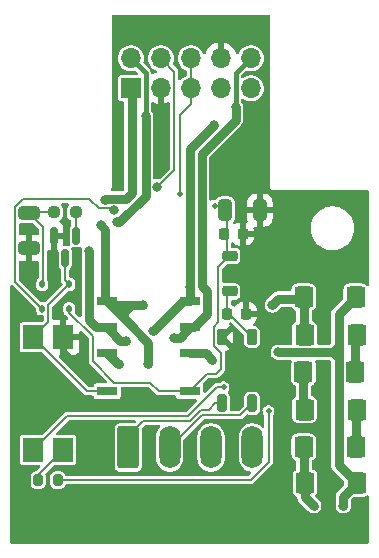
<source format=gbr>
%TF.GenerationSoftware,KiCad,Pcbnew,8.0.2*%
%TF.CreationDate,2024-11-30T22:02:43+01:00*%
%TF.ProjectId,keerlusRelais,6b656572-6c75-4735-9265-6c6169732e6b,rev?*%
%TF.SameCoordinates,Original*%
%TF.FileFunction,Copper,L1,Top*%
%TF.FilePolarity,Positive*%
%FSLAX46Y46*%
G04 Gerber Fmt 4.6, Leading zero omitted, Abs format (unit mm)*
G04 Created by KiCad (PCBNEW 8.0.2) date 2024-11-30 22:02:43*
%MOMM*%
%LPD*%
G01*
G04 APERTURE LIST*
G04 Aperture macros list*
%AMRoundRect*
0 Rectangle with rounded corners*
0 $1 Rounding radius*
0 $2 $3 $4 $5 $6 $7 $8 $9 X,Y pos of 4 corners*
0 Add a 4 corners polygon primitive as box body*
4,1,4,$2,$3,$4,$5,$6,$7,$8,$9,$2,$3,0*
0 Add four circle primitives for the rounded corners*
1,1,$1+$1,$2,$3*
1,1,$1+$1,$4,$5*
1,1,$1+$1,$6,$7*
1,1,$1+$1,$8,$9*
0 Add four rect primitives between the rounded corners*
20,1,$1+$1,$2,$3,$4,$5,0*
20,1,$1+$1,$4,$5,$6,$7,0*
20,1,$1+$1,$6,$7,$8,$9,0*
20,1,$1+$1,$8,$9,$2,$3,0*%
%AMFreePoly0*
4,1,9,3.862500,-0.866500,0.737500,-0.866500,0.737500,-0.450000,-0.737500,-0.450000,-0.737500,0.450000,0.737500,0.450000,0.737500,0.866500,3.862500,0.866500,3.862500,-0.866500,3.862500,-0.866500,$1*%
G04 Aperture macros list end*
%TA.AperFunction,ComponentPad*%
%ADD10O,1.700000X1.700000*%
%TD*%
%TA.AperFunction,ComponentPad*%
%ADD11R,1.700000X1.700000*%
%TD*%
%TA.AperFunction,SMDPad,CuDef*%
%ADD12RoundRect,0.285714X0.514286X0.614286X-0.514286X0.614286X-0.514286X-0.614286X0.514286X-0.614286X0*%
%TD*%
%TA.AperFunction,SMDPad,CuDef*%
%ADD13RoundRect,0.285714X-0.514286X-0.614286X0.514286X-0.614286X0.514286X0.614286X-0.514286X0.614286X0*%
%TD*%
%TA.AperFunction,SMDPad,CuDef*%
%ADD14RoundRect,0.212500X-0.212500X0.459000X-0.212500X-0.459000X0.212500X-0.459000X0.212500X0.459000X0*%
%TD*%
%TA.AperFunction,SMDPad,CuDef*%
%ADD15RoundRect,0.210000X-0.210000X0.461500X-0.210000X-0.461500X0.210000X-0.461500X0.210000X0.461500X0*%
%TD*%
%TA.AperFunction,SMDPad,CuDef*%
%ADD16RoundRect,0.210000X-0.210000X0.511500X-0.210000X-0.511500X0.210000X-0.511500X0.210000X0.511500X0*%
%TD*%
%TA.AperFunction,SMDPad,CuDef*%
%ADD17RoundRect,0.200000X0.200000X0.275000X-0.200000X0.275000X-0.200000X-0.275000X0.200000X-0.275000X0*%
%TD*%
%TA.AperFunction,SMDPad,CuDef*%
%ADD18RoundRect,0.112500X0.112500X-0.187500X0.112500X0.187500X-0.112500X0.187500X-0.112500X-0.187500X0*%
%TD*%
%TA.AperFunction,SMDPad,CuDef*%
%ADD19RoundRect,0.237500X0.250000X0.237500X-0.250000X0.237500X-0.250000X-0.237500X0.250000X-0.237500X0*%
%TD*%
%TA.AperFunction,SMDPad,CuDef*%
%ADD20RoundRect,0.250000X-0.325000X-0.650000X0.325000X-0.650000X0.325000X0.650000X-0.325000X0.650000X0*%
%TD*%
%TA.AperFunction,SMDPad,CuDef*%
%ADD21RoundRect,0.250000X-0.650000X0.325000X-0.650000X-0.325000X0.650000X-0.325000X0.650000X0.325000X0*%
%TD*%
%TA.AperFunction,SMDPad,CuDef*%
%ADD22R,1.800000X0.800000*%
%TD*%
%TA.AperFunction,SMDPad,CuDef*%
%ADD23RoundRect,0.150000X-0.150000X0.587500X-0.150000X-0.587500X0.150000X-0.587500X0.150000X0.587500X0*%
%TD*%
%TA.AperFunction,SMDPad,CuDef*%
%ADD24RoundRect,0.225000X0.225000X0.250000X-0.225000X0.250000X-0.225000X-0.250000X0.225000X-0.250000X0*%
%TD*%
%TA.AperFunction,SMDPad,CuDef*%
%ADD25RoundRect,0.112500X-0.112500X0.187500X-0.112500X-0.187500X0.112500X-0.187500X0.112500X0.187500X0*%
%TD*%
%TA.AperFunction,ComponentPad*%
%ADD26RoundRect,0.250000X-0.650000X-1.550000X0.650000X-1.550000X0.650000X1.550000X-0.650000X1.550000X0*%
%TD*%
%TA.AperFunction,ComponentPad*%
%ADD27O,1.800000X3.600000*%
%TD*%
%TA.AperFunction,SMDPad,CuDef*%
%ADD28R,1.780000X2.000000*%
%TD*%
%TA.AperFunction,SMDPad,CuDef*%
%ADD29RoundRect,0.225000X-0.425000X-0.225000X0.425000X-0.225000X0.425000X0.225000X-0.425000X0.225000X0*%
%TD*%
%TA.AperFunction,SMDPad,CuDef*%
%ADD30FreePoly0,0.000000*%
%TD*%
%TA.AperFunction,ViaPad*%
%ADD31C,0.500000*%
%TD*%
%TA.AperFunction,ViaPad*%
%ADD32C,0.800000*%
%TD*%
%TA.AperFunction,Conductor*%
%ADD33C,0.200000*%
%TD*%
%TA.AperFunction,Conductor*%
%ADD34C,0.250000*%
%TD*%
%TA.AperFunction,Conductor*%
%ADD35C,0.400000*%
%TD*%
%TA.AperFunction,Conductor*%
%ADD36C,0.800000*%
%TD*%
G04 APERTURE END LIST*
D10*
%TO.P,J2,10,Pin_10*%
%TO.N,/DCC_A_OUT*%
X147085000Y-26110000D03*
%TO.P,J2,9,Pin_9*%
%TO.N,/DCC_A_IN*%
X147085000Y-28650000D03*
%TO.P,J2,8,Pin_8*%
%TO.N,GND*%
X144545000Y-26110000D03*
%TO.P,J2,7,Pin_7*%
%TO.N,/sensor*%
X144545000Y-28650000D03*
%TO.P,J2,6,Pin_6*%
%TO.N,+12V*%
X142005000Y-26110000D03*
%TO.P,J2,5,Pin_5*%
X142005000Y-28650000D03*
%TO.P,J2,4,Pin_4*%
%TO.N,/sensor*%
X139465000Y-26110000D03*
%TO.P,J2,3,Pin_3*%
%TO.N,GND*%
X139465000Y-28650000D03*
%TO.P,J2,2,Pin_2*%
%TO.N,/DCC_B_OUT*%
X136925000Y-26110000D03*
D11*
%TO.P,J2,1,Pin_1*%
%TO.N,/DCC_B_IN*%
X136925000Y-28650000D03*
%TD*%
D12*
%TO.P,D7,1,K*%
%TO.N,Net-(D7-K)*%
X156047000Y-55855000D03*
%TO.P,D7,2,A*%
%TO.N,Net-(D5-K)*%
X151647000Y-55855000D03*
%TD*%
D13*
%TO.P,D6,1,K*%
%TO.N,/DCC_A_IN*%
X151583000Y-46330000D03*
%TO.P,D6,2,A*%
%TO.N,/ABC/NEG*%
X155983000Y-46330000D03*
%TD*%
D14*
%TO.P,D1,1,+*%
%TO.N,VCC*%
X147198000Y-49728500D03*
D15*
%TO.P,D1,2,-*%
%TO.N,GND*%
X144653000Y-49728500D03*
D16*
%TO.P,D1,3*%
%TO.N,/pow_1*%
X144653000Y-55321500D03*
%TO.P,D1,4*%
%TO.N,/pow_2*%
X147193000Y-55321500D03*
%TD*%
D17*
%TO.P,R1,1*%
%TO.N,/extern_2*%
X130746000Y-61824000D03*
%TO.P,R1,2*%
%TO.N,Net-(R1-Pad2)*%
X129096000Y-61824000D03*
%TD*%
D18*
%TO.P,D2,1,K*%
%TO.N,+12V*%
X131707000Y-47340000D03*
%TO.P,D2,2,A*%
%TO.N,Net-(D2-A)*%
X131707000Y-45240000D03*
%TD*%
D12*
%TO.P,D9,1,K*%
%TO.N,/ABC/NEG*%
X156074000Y-62078000D03*
%TO.P,D9,2,A*%
%TO.N,Net-(D8-K)*%
X151674000Y-62078000D03*
%TD*%
D19*
%TO.P,R2,1*%
%TO.N,Net-(Q2-B)*%
X132260000Y-39141500D03*
%TO.P,R2,2*%
%TO.N,Net-(D3-K)*%
X130435000Y-39141500D03*
%TD*%
D20*
%TO.P,C2,1*%
%TO.N,+12V*%
X144911500Y-38966000D03*
%TO.P,C2,2*%
%TO.N,GND*%
X147861500Y-38966000D03*
%TD*%
D21*
%TO.P,C4,1*%
%TO.N,Net-(D3-K)*%
X128323000Y-39239500D03*
%TO.P,C4,2*%
%TO.N,GND*%
X128323000Y-42189500D03*
%TD*%
D22*
%TO.P,K1,1*%
%TO.N,+12V*%
X141921000Y-54300000D03*
%TO.P,K1,2*%
%TO.N,Net-(JP6-C)*%
X141921000Y-51100000D03*
%TO.P,K1,3*%
%TO.N,/DCC_A_OUT*%
X141921000Y-48900000D03*
%TO.P,K1,4*%
%TO.N,/DCC_A_IN*%
X141921000Y-46700000D03*
%TO.P,K1,5*%
%TO.N,/DCC_B_IN*%
X134921000Y-46700000D03*
%TO.P,K1,6*%
%TO.N,/DCC_B_RELAY*%
X134921000Y-48900000D03*
%TO.P,K1,7*%
%TO.N,/DCC_A_IN*%
X134921000Y-51100000D03*
%TO.P,K1,8*%
%TO.N,Net-(D2-A)*%
X134921000Y-54300000D03*
%TD*%
D13*
%TO.P,D8,1,K*%
%TO.N,Net-(D8-K)*%
X151583000Y-59030000D03*
%TO.P,D8,2,A*%
%TO.N,Net-(D7-K)*%
X155983000Y-59030000D03*
%TD*%
D12*
%TO.P,D4,1,K*%
%TO.N,Net-(D4-K)*%
X156047000Y-49505000D03*
%TO.P,D4,2,A*%
%TO.N,/DCC_A_IN*%
X151647000Y-49505000D03*
%TD*%
D23*
%TO.P,Q2,1,B*%
%TO.N,Net-(Q2-B)*%
X132321000Y-41125000D03*
%TO.P,Q2,2,E*%
%TO.N,GND*%
X130421000Y-41125000D03*
%TO.P,Q2,3,C*%
%TO.N,Net-(D2-A)*%
X131371000Y-43000000D03*
%TD*%
D24*
%TO.P,C3,1*%
%TO.N,GND*%
X146399500Y-40998000D03*
%TO.P,C3,2*%
%TO.N,+12V*%
X144849500Y-40998000D03*
%TD*%
D25*
%TO.P,D3,1,K*%
%TO.N,Net-(D3-K)*%
X129421000Y-45240000D03*
%TO.P,D3,2,A*%
%TO.N,/sensor*%
X129421000Y-47340000D03*
%TD*%
D26*
%TO.P,J4,1,Pin_1*%
%TO.N,/pow_1*%
X136726000Y-59067500D03*
D27*
%TO.P,J4,2,Pin_2*%
%TO.N,/pow_2*%
X140226000Y-59067500D03*
%TO.P,J4,3,Pin_3*%
%TO.N,Net-(J4-Pin_3)*%
X143726000Y-59067500D03*
%TO.P,J4,4,Pin_4*%
%TO.N,Net-(J4-Pin_4)*%
X147226000Y-59067500D03*
%TD*%
D28*
%TO.P,U2,1*%
%TO.N,/extern_1*%
X128651000Y-59265000D03*
%TO.P,U2,2*%
%TO.N,Net-(R1-Pad2)*%
X131191000Y-59265000D03*
%TO.P,U2,3*%
%TO.N,GND*%
X131191000Y-49735000D03*
%TO.P,U2,4*%
%TO.N,Net-(D2-A)*%
X128651000Y-49735000D03*
%TD*%
D13*
%TO.P,D5,1,K*%
%TO.N,Net-(D5-K)*%
X151547000Y-52680000D03*
%TO.P,D5,2,A*%
%TO.N,Net-(D4-K)*%
X155947000Y-52680000D03*
%TD*%
D29*
%TO.P,U1,1,OUT*%
%TO.N,+12V*%
X145288000Y-42846000D03*
D30*
%TO.P,U1,2,GND*%
%TO.N,GND*%
X145375500Y-44346000D03*
D29*
%TO.P,U1,3,IN*%
%TO.N,VCC*%
X145288000Y-45846000D03*
%TD*%
D24*
%TO.P,C1,1*%
%TO.N,GND*%
X146653500Y-47729000D03*
%TO.P,C1,2*%
%TO.N,VCC*%
X145103500Y-47729000D03*
%TD*%
D31*
%TO.N,GND*%
X135763000Y-36195000D03*
D32*
X149733000Y-38862000D03*
D31*
X128397000Y-57150000D03*
X132080000Y-51689000D03*
D32*
X150114000Y-44323000D03*
D31*
X146304000Y-39116000D03*
X150241000Y-48006000D03*
D32*
X139500000Y-35000000D03*
D31*
X145542000Y-59436000D03*
X148336000Y-62357000D03*
X131953000Y-57404000D03*
X147955000Y-52959000D03*
X136779000Y-66040000D03*
D32*
X147000000Y-33500000D03*
D31*
X141986000Y-23622000D03*
X149733000Y-52832000D03*
X149860000Y-57404000D03*
X149606000Y-60960000D03*
X132461000Y-62992000D03*
X145415000Y-57277000D03*
X134620000Y-60706000D03*
X150114000Y-54356000D03*
X137795000Y-55753000D03*
D32*
X147955000Y-41148000D03*
D31*
X154051000Y-45466000D03*
D32*
X147828000Y-42672000D03*
D31*
X141224000Y-55753000D03*
X144780000Y-62865000D03*
X130810000Y-47752000D03*
X153035000Y-57531000D03*
X134493000Y-57404000D03*
D32*
X147000000Y-23500000D03*
D31*
X141986000Y-59436000D03*
D32*
X137000000Y-23500000D03*
D31*
X127635000Y-61214000D03*
X130556000Y-45085000D03*
X156591000Y-64643000D03*
X145542000Y-51689000D03*
X153289000Y-59944000D03*
X153289000Y-49149000D03*
X133096000Y-55372000D03*
X128270000Y-43688000D03*
X147955000Y-47752000D03*
X149098000Y-49530000D03*
X128270000Y-40767000D03*
X132334000Y-44323000D03*
X133477000Y-53086000D03*
X138938000Y-62865000D03*
X130302000Y-42545000D03*
X127508000Y-47371000D03*
X128524000Y-51816000D03*
D32*
X139500000Y-32500000D03*
D31*
X138557000Y-59309000D03*
X153289000Y-52578000D03*
D32*
X146500000Y-37000000D03*
D31*
X132842000Y-49784000D03*
%TO.N,+12V*%
X141071000Y-37567000D03*
X144018000Y-38583000D03*
D32*
%TO.N,/DCC_A_OUT*%
X145796000Y-30226000D03*
X140589000Y-49759000D03*
%TO.N,/DCC_B_OUT*%
X138176000Y-30988000D03*
X135763000Y-40000000D03*
%TO.N,/DCC_B_IN*%
X134747000Y-38100000D03*
X138421000Y-52000000D03*
X137921000Y-47000000D03*
X134366000Y-40234000D03*
%TO.N,/DCC_A_IN*%
X141921000Y-45500000D03*
X148921000Y-47000000D03*
X138848607Y-49213393D03*
X143951000Y-31750000D03*
X135921000Y-52000000D03*
%TO.N,/sensor*%
X139176000Y-37000000D03*
X135500000Y-39000000D03*
D31*
%TO.N,/extern_1*%
X144780000Y-53950000D03*
%TO.N,/extern_2*%
X148590000Y-55982000D03*
D32*
%TO.N,/DCC_B_RELAY*%
X133421000Y-42393000D03*
X136525000Y-50013000D03*
%TO.N,/ABC/NEG*%
X149421000Y-51000000D03*
X154921000Y-64000000D03*
%TO.N,Net-(D8-K)*%
X152421000Y-64000000D03*
%TO.N,Net-(JP6-C)*%
X143826000Y-51664000D03*
%TD*%
D33*
%TO.N,VCC*%
X145103500Y-47729000D02*
X145103500Y-47092000D01*
X145103500Y-47092000D02*
X145103500Y-47634000D01*
X145103500Y-46030500D02*
X145288000Y-45846000D01*
X145103500Y-47092000D02*
X145103500Y-46030500D01*
X145103500Y-47634000D02*
X147198000Y-49728500D01*
D34*
%TO.N,GND*%
X131318000Y-50927000D02*
X131318000Y-49862000D01*
X131318000Y-49862000D02*
X131191000Y-49735000D01*
X132080000Y-51689000D02*
X131318000Y-50927000D01*
D33*
%TO.N,+12V*%
X133721000Y-51781000D02*
X135509000Y-53569000D01*
X143933000Y-48828000D02*
X144333000Y-48428000D01*
X144526000Y-52426000D02*
X144526000Y-51105000D01*
X144333000Y-43769664D02*
X145256664Y-42846000D01*
X145034000Y-39088500D02*
X144911500Y-38966000D01*
X131707000Y-47639999D02*
X133721000Y-49653999D01*
X144018000Y-38583000D02*
X144528500Y-38583000D01*
X141071000Y-37567000D02*
X141071000Y-30929000D01*
X144526000Y-51105000D02*
X143933000Y-50512000D01*
X144528500Y-38583000D02*
X144911500Y-38966000D01*
X141071000Y-30929000D02*
X142005000Y-29995000D01*
X135509000Y-53569000D02*
X138557000Y-53569000D01*
X144145000Y-52807000D02*
X144526000Y-52426000D01*
X139288000Y-54300000D02*
X138557000Y-53569000D01*
X143933000Y-50512000D02*
X143933000Y-48828000D01*
X141921000Y-54300000D02*
X139288000Y-54300000D01*
X145256664Y-42846000D02*
X145288000Y-42846000D01*
X142005000Y-29995000D02*
X142005000Y-26110000D01*
X133721000Y-49653999D02*
X133721000Y-51781000D01*
X131707000Y-47340000D02*
X131707000Y-47639999D01*
X144333000Y-48428000D02*
X144333000Y-43769664D01*
X145034000Y-42846000D02*
X145034000Y-39088500D01*
X143414000Y-52807000D02*
X144145000Y-52807000D01*
X141921000Y-54300000D02*
X143414000Y-52807000D01*
D35*
%TO.N,/DCC_A_OUT*%
X147085000Y-26110000D02*
X145796000Y-27399000D01*
D36*
X143421000Y-47735000D02*
X143421000Y-45860000D01*
X141921000Y-48900000D02*
X142256000Y-48900000D01*
X141062000Y-49759000D02*
X141921000Y-48900000D01*
X142921000Y-34194214D02*
X145796000Y-31319214D01*
D35*
X145796000Y-27399000D02*
X145796000Y-30226000D01*
D36*
X143421000Y-45860000D02*
X142921000Y-45360000D01*
X142921000Y-45360000D02*
X142921000Y-34194214D01*
X140589000Y-49759000D02*
X141062000Y-49759000D01*
X142256000Y-48900000D02*
X143421000Y-47735000D01*
X145796000Y-31319214D02*
X145796000Y-30226000D01*
%TO.N,/DCC_B_OUT*%
X138176000Y-37738214D02*
X138176000Y-30988000D01*
X135763000Y-40000000D02*
X135914214Y-40000000D01*
D35*
X138176000Y-27361000D02*
X138176000Y-30988000D01*
X136925000Y-26110000D02*
X138176000Y-27361000D01*
D36*
X135914214Y-40000000D02*
X138176000Y-37738214D01*
%TO.N,/DCC_B_IN*%
X137000000Y-28725000D02*
X136925000Y-28650000D01*
X135221000Y-47000000D02*
X134921000Y-46700000D01*
X138421000Y-50200000D02*
X138421000Y-52000000D01*
X136571000Y-48350000D02*
X138421000Y-50200000D01*
X134921000Y-46700000D02*
X136071000Y-47850000D01*
X134747000Y-46526000D02*
X134921000Y-46700000D01*
X136071000Y-47850000D02*
X136571000Y-48350000D01*
X137000000Y-37500000D02*
X137000000Y-28725000D01*
X134847000Y-38000000D02*
X136500000Y-38000000D01*
X136321000Y-47600000D02*
X136421000Y-47500000D01*
X137921000Y-47000000D02*
X136921000Y-47000000D01*
X134366000Y-40234000D02*
X134747000Y-40615000D01*
X134747000Y-38100000D02*
X134847000Y-38000000D01*
X136071000Y-47850000D02*
X136421000Y-47500000D01*
X134747000Y-40615000D02*
X134747000Y-46526000D01*
X136321000Y-48100000D02*
X136321000Y-47600000D01*
X136500000Y-38000000D02*
X137000000Y-37500000D01*
X136921000Y-47000000D02*
X135221000Y-47000000D01*
X136421000Y-47500000D02*
X136921000Y-47000000D01*
X136571000Y-48350000D02*
X136321000Y-48100000D01*
%TO.N,/DCC_A_IN*%
X141921000Y-46700000D02*
X141921000Y-33780000D01*
X135921000Y-52000000D02*
X135821000Y-52000000D01*
X141921000Y-33780000D02*
X143951000Y-31750000D01*
X141362000Y-46700000D02*
X141921000Y-46700000D01*
X135821000Y-52000000D02*
X134921000Y-51100000D01*
X151583000Y-46330000D02*
X151583000Y-49441000D01*
X138848607Y-49213393D02*
X141362000Y-46700000D01*
X149421000Y-46500000D02*
X151413000Y-46500000D01*
X151413000Y-46500000D02*
X151583000Y-46330000D01*
X151583000Y-49441000D02*
X151647000Y-49505000D01*
X148921000Y-47000000D02*
X149421000Y-46500000D01*
D33*
%TO.N,Net-(D2-A)*%
X133216000Y-54300000D02*
X134921000Y-54300000D01*
X129946000Y-47001000D02*
X131707000Y-45240000D01*
X131371000Y-44904000D02*
X131707000Y-45240000D01*
X131371000Y-43000000D02*
X131371000Y-44904000D01*
X128651000Y-49735000D02*
X129946000Y-48440000D01*
X129946000Y-48440000D02*
X129946000Y-47001000D01*
X128651000Y-49735000D02*
X133216000Y-54300000D01*
%TO.N,/pow_1*%
X141921408Y-56806407D02*
X137986593Y-56806407D01*
X136726000Y-58067000D02*
X136726000Y-59067500D01*
X137986593Y-56806407D02*
X136726000Y-58067000D01*
X144043500Y-55321500D02*
X143510000Y-55855000D01*
X143510000Y-55855000D02*
X142872815Y-55855000D01*
X144651000Y-55321500D02*
X144043500Y-55321500D01*
X142872815Y-55855000D02*
X141921408Y-56806407D01*
%TO.N,Net-(Q2-B)*%
X132260000Y-39141500D02*
X132260000Y-41064000D01*
X132260000Y-41064000D02*
X132321000Y-41125000D01*
%TO.N,Net-(D3-K)*%
X128421000Y-39141500D02*
X128323000Y-39239500D01*
X129421000Y-45240000D02*
X129523000Y-45138000D01*
X130435000Y-39141500D02*
X128421000Y-39141500D01*
X129523000Y-45138000D02*
X129523000Y-40439500D01*
X129523000Y-40439500D02*
X128323000Y-39239500D01*
%TO.N,/pow_2*%
X140226000Y-59067500D02*
X142950500Y-56343000D01*
X142950500Y-56343000D02*
X146169500Y-56343000D01*
X146169500Y-56343000D02*
X147191000Y-55321500D01*
%TO.N,/sensor*%
X127123000Y-38679756D02*
X127802756Y-38000000D01*
X139176000Y-37000000D02*
X140615000Y-35561000D01*
X129421000Y-47340000D02*
X127123000Y-45042000D01*
X133421000Y-38000000D02*
X134221000Y-38800000D01*
X127123000Y-45042000D02*
X127123000Y-38679756D01*
X140615000Y-35561000D02*
X140615000Y-27260000D01*
X140615000Y-27260000D02*
X139465000Y-26110000D01*
X127802756Y-38000000D02*
X133421000Y-38000000D01*
X135300000Y-38800000D02*
X135500000Y-39000000D01*
X134221000Y-38800000D02*
X135300000Y-38800000D01*
%TO.N,/extern_1*%
X141755722Y-56406407D02*
X131509593Y-56406407D01*
X144780000Y-53950000D02*
X144212129Y-53950000D01*
X131509593Y-56406407D02*
X128651000Y-59265000D01*
X144212129Y-53950000D02*
X141755722Y-56406407D01*
%TO.N,/extern_2*%
X148590000Y-60300556D02*
X148590000Y-55982000D01*
X147066556Y-61824000D02*
X148590000Y-60300556D01*
X130746000Y-61824000D02*
X147066556Y-61824000D01*
D36*
%TO.N,/DCC_B_RELAY*%
X136034000Y-50013000D02*
X134921000Y-48900000D01*
X136525000Y-50013000D02*
X136034000Y-50013000D01*
X133421000Y-48306000D02*
X134015000Y-48900000D01*
X134015000Y-48900000D02*
X134921000Y-48900000D01*
X133421000Y-42393000D02*
X133421000Y-48306000D01*
%TO.N,Net-(D4-K)*%
X155947000Y-52680000D02*
X155947000Y-49605000D01*
X155947000Y-49605000D02*
X156047000Y-49505000D01*
%TO.N,Net-(D5-K)*%
X151547000Y-52680000D02*
X151547000Y-55755000D01*
X151547000Y-55755000D02*
X151647000Y-55855000D01*
%TO.N,/ABC/NEG*%
X154547000Y-60551000D02*
X154547000Y-51500000D01*
X153921000Y-51005000D02*
X154042000Y-51005000D01*
X154542000Y-51005000D02*
X154547000Y-51000000D01*
X154547000Y-47766000D02*
X155983000Y-46330000D01*
X153921000Y-51005000D02*
X154542000Y-51005000D01*
X149421000Y-51000000D02*
X149426000Y-51005000D01*
X154921000Y-63231000D02*
X154921000Y-64000000D01*
X156074000Y-62078000D02*
X154547000Y-60551000D01*
X154547000Y-51500000D02*
X154547000Y-51000000D01*
X154052000Y-51005000D02*
X154547000Y-51500000D01*
X154547000Y-51000000D02*
X154547000Y-50500000D01*
X154042000Y-51005000D02*
X154547000Y-50500000D01*
X149426000Y-51005000D02*
X153921000Y-51005000D01*
X154042000Y-51005000D02*
X154052000Y-51005000D01*
X154547000Y-50500000D02*
X154547000Y-47766000D01*
X156074000Y-62078000D02*
X154921000Y-63231000D01*
%TO.N,Net-(D7-K)*%
X155983000Y-59030000D02*
X155983000Y-55919000D01*
X155983000Y-55919000D02*
X156047000Y-55855000D01*
%TO.N,Net-(D8-K)*%
X151583000Y-59030000D02*
X151583000Y-61987000D01*
X151674000Y-62078000D02*
X151674000Y-63253000D01*
X151583000Y-61987000D02*
X151674000Y-62078000D01*
X151674000Y-63253000D02*
X152421000Y-64000000D01*
%TO.N,Net-(JP6-C)*%
X143262000Y-51100000D02*
X143826000Y-51664000D01*
X141921000Y-51100000D02*
X143262000Y-51100000D01*
D33*
%TO.N,Net-(R1-Pad2)*%
X129096000Y-61360000D02*
X131191000Y-59265000D01*
X129096000Y-61824000D02*
X129096000Y-61360000D01*
%TD*%
%TA.AperFunction,Conductor*%
%TO.N,GND*%
G36*
X148642539Y-22430185D02*
G01*
X148688294Y-22482989D01*
X148699500Y-22534500D01*
X148699500Y-36960438D01*
X148699500Y-37039562D01*
X148713152Y-37090513D01*
X148719979Y-37115990D01*
X148719982Y-37115995D01*
X148759535Y-37184504D01*
X148759539Y-37184509D01*
X148759540Y-37184511D01*
X148815489Y-37240460D01*
X148815491Y-37240461D01*
X148815495Y-37240464D01*
X148884004Y-37280017D01*
X148884011Y-37280021D01*
X148960438Y-37300500D01*
X156996500Y-37300500D01*
X157063539Y-37320185D01*
X157109294Y-37372989D01*
X157120500Y-37424500D01*
X157120500Y-45281384D01*
X157100815Y-45348423D01*
X157048011Y-45394178D01*
X156978853Y-45404122D01*
X156915297Y-45375097D01*
X156897697Y-45356310D01*
X156880013Y-45332991D01*
X156880011Y-45332990D01*
X156880011Y-45332989D01*
X156762561Y-45243923D01*
X156625436Y-45189848D01*
X156625435Y-45189847D01*
X156625433Y-45189847D01*
X156580980Y-45184509D01*
X156539264Y-45179500D01*
X155426736Y-45179500D01*
X155388702Y-45184067D01*
X155340566Y-45189847D01*
X155203438Y-45243923D01*
X155085989Y-45332989D01*
X154996923Y-45450438D01*
X154942847Y-45587566D01*
X154937067Y-45635702D01*
X154932500Y-45673736D01*
X154932500Y-45673741D01*
X154932500Y-46409191D01*
X154912815Y-46476230D01*
X154896181Y-46496872D01*
X154041727Y-47351325D01*
X154041724Y-47351328D01*
X153986810Y-47433513D01*
X153986810Y-47433515D01*
X153985143Y-47436010D01*
X153970536Y-47457871D01*
X153970533Y-47457877D01*
X153921499Y-47576255D01*
X153921497Y-47576261D01*
X153896500Y-47701928D01*
X153896500Y-50179192D01*
X153876815Y-50246231D01*
X153860181Y-50266873D01*
X153808873Y-50318181D01*
X153747550Y-50351666D01*
X153721192Y-50354500D01*
X152814077Y-50354500D01*
X152747038Y-50334815D01*
X152701283Y-50282011D01*
X152690961Y-50215717D01*
X152692519Y-50202744D01*
X152697500Y-50161264D01*
X152697500Y-48848736D01*
X152687152Y-48762564D01*
X152633077Y-48625439D01*
X152544011Y-48507989D01*
X152426561Y-48418923D01*
X152426559Y-48418922D01*
X152426557Y-48418921D01*
X152312010Y-48373749D01*
X152256866Y-48330843D01*
X152233673Y-48264935D01*
X152233500Y-48258395D01*
X152233500Y-47551365D01*
X152253185Y-47484326D01*
X152305989Y-47438571D01*
X152311994Y-47436017D01*
X152362561Y-47416077D01*
X152480011Y-47327011D01*
X152569077Y-47209561D01*
X152623152Y-47072436D01*
X152633500Y-46986264D01*
X152633500Y-45673736D01*
X152623152Y-45587564D01*
X152569077Y-45450439D01*
X152480011Y-45332989D01*
X152362561Y-45243923D01*
X152225436Y-45189848D01*
X152225435Y-45189847D01*
X152225433Y-45189847D01*
X152180980Y-45184509D01*
X152139264Y-45179500D01*
X151026736Y-45179500D01*
X150988702Y-45184067D01*
X150940566Y-45189847D01*
X150803438Y-45243923D01*
X150685989Y-45332989D01*
X150596923Y-45450438D01*
X150542847Y-45587566D01*
X150537067Y-45635702D01*
X150532500Y-45673736D01*
X150532500Y-45673741D01*
X150532500Y-45725500D01*
X150512815Y-45792539D01*
X150460011Y-45838294D01*
X150408500Y-45849500D01*
X149356929Y-45849500D01*
X149231261Y-45874497D01*
X149231255Y-45874499D01*
X149181251Y-45895212D01*
X149112877Y-45923533D01*
X149112869Y-45923537D01*
X149006326Y-45994726D01*
X148477586Y-46523466D01*
X148472134Y-46528599D01*
X148430516Y-46565470D01*
X148425470Y-46572780D01*
X148419292Y-46580980D01*
X148415725Y-46585327D01*
X148383416Y-46633680D01*
X148382366Y-46635226D01*
X148340779Y-46695476D01*
X148316911Y-46758410D01*
X148315533Y-46761886D01*
X148295497Y-46810261D01*
X148294843Y-46812416D01*
X148289908Y-46829613D01*
X148284763Y-46843179D01*
X148284762Y-46843182D01*
X148278766Y-46892565D01*
X148277288Y-46901803D01*
X148270501Y-46935928D01*
X148270501Y-46953140D01*
X148269597Y-46968086D01*
X148267391Y-46986258D01*
X148265722Y-47000000D01*
X148268911Y-47026267D01*
X148269597Y-47031912D01*
X148270501Y-47046859D01*
X148270501Y-47064069D01*
X148277288Y-47098194D01*
X148278766Y-47107434D01*
X148284763Y-47156818D01*
X148289906Y-47170381D01*
X148294847Y-47187594D01*
X148295498Y-47189741D01*
X148295499Y-47189744D01*
X148300908Y-47202802D01*
X148315525Y-47238092D01*
X148316900Y-47241560D01*
X148319637Y-47248774D01*
X148340780Y-47304524D01*
X148382346Y-47364742D01*
X148383398Y-47366291D01*
X148402488Y-47394861D01*
X148413634Y-47411543D01*
X148415724Y-47414670D01*
X148419286Y-47419011D01*
X148425472Y-47427221D01*
X148430517Y-47434530D01*
X148430518Y-47434531D01*
X148472133Y-47471399D01*
X148477572Y-47476518D01*
X148493201Y-47492147D01*
X148506332Y-47505278D01*
X148515760Y-47511577D01*
X148529103Y-47521868D01*
X148548758Y-47539282D01*
X148548760Y-47539283D01*
X148582418Y-47556948D01*
X148593673Y-47563636D01*
X148612873Y-47576465D01*
X148639621Y-47587544D01*
X148649776Y-47592300D01*
X148688635Y-47612696D01*
X148702344Y-47616075D01*
X148708434Y-47617576D01*
X148726211Y-47623411D01*
X148731256Y-47625501D01*
X148776891Y-47634578D01*
X148782307Y-47635783D01*
X148842015Y-47650500D01*
X148999983Y-47650500D01*
X148999985Y-47650500D01*
X149059705Y-47635780D01*
X149065111Y-47634577D01*
X149110744Y-47625501D01*
X149115786Y-47623412D01*
X149133564Y-47617576D01*
X149153365Y-47612696D01*
X149192237Y-47592292D01*
X149202374Y-47587545D01*
X149229127Y-47576465D01*
X149248326Y-47563635D01*
X149259582Y-47556948D01*
X149293236Y-47539285D01*
X149293235Y-47539285D01*
X149293240Y-47539283D01*
X149312906Y-47521859D01*
X149326229Y-47511583D01*
X149335669Y-47505277D01*
X149364434Y-47476510D01*
X149369874Y-47471391D01*
X149376463Y-47465554D01*
X149411483Y-47434530D01*
X149416372Y-47427445D01*
X149430733Y-47410211D01*
X149654128Y-47186816D01*
X149715450Y-47153334D01*
X149741808Y-47150500D01*
X150491179Y-47150500D01*
X150558218Y-47170185D01*
X150590146Y-47204054D01*
X150591798Y-47202802D01*
X150596922Y-47209559D01*
X150596923Y-47209561D01*
X150685989Y-47327011D01*
X150803439Y-47416077D01*
X150853989Y-47436011D01*
X150909133Y-47478915D01*
X150932327Y-47544822D01*
X150932500Y-47551365D01*
X150932500Y-48309805D01*
X150912815Y-48376844D01*
X150873955Y-48413478D01*
X150874198Y-48413798D01*
X150871225Y-48416052D01*
X150869277Y-48417889D01*
X150867444Y-48418919D01*
X150749989Y-48507989D01*
X150660923Y-48625438D01*
X150606847Y-48762566D01*
X150603216Y-48792808D01*
X150596500Y-48848736D01*
X150596500Y-50161264D01*
X150601481Y-50202744D01*
X150603039Y-50215717D01*
X150591487Y-50284625D01*
X150544514Y-50336349D01*
X150479923Y-50354500D01*
X149535328Y-50354500D01*
X149505654Y-50350897D01*
X149499986Y-50349500D01*
X149499985Y-50349500D01*
X149342015Y-50349500D01*
X149282342Y-50364206D01*
X149276877Y-50365423D01*
X149231252Y-50374499D01*
X149226194Y-50376594D01*
X149208444Y-50382420D01*
X149188637Y-50387303D01*
X149188634Y-50387304D01*
X149149776Y-50407698D01*
X149139608Y-50412460D01*
X149112874Y-50423533D01*
X149093672Y-50436363D01*
X149082415Y-50443052D01*
X149048763Y-50460714D01*
X149048762Y-50460715D01*
X149029099Y-50478134D01*
X149015770Y-50488415D01*
X149006333Y-50494720D01*
X149006330Y-50494722D01*
X148977576Y-50523476D01*
X148972126Y-50528606D01*
X148930516Y-50565470D01*
X148925470Y-50572780D01*
X148919292Y-50580980D01*
X148915725Y-50585327D01*
X148883416Y-50633680D01*
X148882366Y-50635226D01*
X148840779Y-50695476D01*
X148816911Y-50758410D01*
X148815533Y-50761886D01*
X148795497Y-50810261D01*
X148794843Y-50812416D01*
X148789908Y-50829613D01*
X148784763Y-50843179D01*
X148784762Y-50843182D01*
X148778766Y-50892565D01*
X148777288Y-50901803D01*
X148770501Y-50935928D01*
X148770501Y-50953140D01*
X148769597Y-50968086D01*
X148765722Y-50999999D01*
X148769597Y-51031912D01*
X148770501Y-51046859D01*
X148770501Y-51064069D01*
X148777288Y-51098194D01*
X148778766Y-51107434D01*
X148784763Y-51156818D01*
X148789906Y-51170381D01*
X148794847Y-51187594D01*
X148795498Y-51189741D01*
X148795499Y-51189744D01*
X148814244Y-51234999D01*
X148815525Y-51238092D01*
X148816905Y-51241571D01*
X148840780Y-51304524D01*
X148882346Y-51364742D01*
X148883398Y-51366291D01*
X148914246Y-51412459D01*
X148915724Y-51414670D01*
X148919286Y-51419011D01*
X148925473Y-51427223D01*
X148930517Y-51434530D01*
X148930518Y-51434531D01*
X148972133Y-51471399D01*
X148977587Y-51476533D01*
X149011331Y-51510277D01*
X149023387Y-51518332D01*
X149036719Y-51528616D01*
X149048759Y-51539282D01*
X149048761Y-51539284D01*
X149070840Y-51550872D01*
X149082105Y-51557565D01*
X149110390Y-51576465D01*
X149117873Y-51581465D01*
X149141143Y-51591103D01*
X149166087Y-51601436D01*
X149176262Y-51606201D01*
X149188635Y-51612696D01*
X149190971Y-51613271D01*
X149208740Y-51619103D01*
X149236256Y-51630501D01*
X149236261Y-51630502D01*
X149236260Y-51630502D01*
X149361928Y-51655500D01*
X149361931Y-51655500D01*
X150435887Y-51655500D01*
X150502926Y-51675185D01*
X150548681Y-51727989D01*
X150558625Y-51797147D01*
X150551243Y-51824985D01*
X150522765Y-51897202D01*
X150506847Y-51937566D01*
X150503182Y-51968094D01*
X150496500Y-52023736D01*
X150496500Y-53336264D01*
X150501980Y-53381903D01*
X150506847Y-53422433D01*
X150506847Y-53422435D01*
X150506848Y-53422436D01*
X150560923Y-53559561D01*
X150649989Y-53677011D01*
X150767439Y-53766077D01*
X150817989Y-53786011D01*
X150873133Y-53828915D01*
X150896327Y-53894822D01*
X150896500Y-53901365D01*
X150896500Y-54685296D01*
X150876815Y-54752335D01*
X150847427Y-54784098D01*
X150753978Y-54854964D01*
X150749989Y-54857989D01*
X150660923Y-54975438D01*
X150606847Y-55112566D01*
X150601668Y-55155703D01*
X150596500Y-55198736D01*
X150596500Y-56511264D01*
X150601980Y-56556903D01*
X150606847Y-56597433D01*
X150606847Y-56597435D01*
X150606848Y-56597436D01*
X150660923Y-56734561D01*
X150749989Y-56852011D01*
X150867439Y-56941077D01*
X151004564Y-56995152D01*
X151090736Y-57005500D01*
X151090741Y-57005500D01*
X152203259Y-57005500D01*
X152203264Y-57005500D01*
X152289436Y-56995152D01*
X152426561Y-56941077D01*
X152544011Y-56852011D01*
X152633077Y-56734561D01*
X152687152Y-56597436D01*
X152697500Y-56511264D01*
X152697500Y-55198736D01*
X152687152Y-55112564D01*
X152633077Y-54975439D01*
X152544011Y-54857989D01*
X152426561Y-54768923D01*
X152289436Y-54714848D01*
X152289433Y-54714847D01*
X152282040Y-54711932D01*
X152282683Y-54710299D01*
X152230930Y-54679746D01*
X152199519Y-54617336D01*
X152197500Y-54595052D01*
X152197500Y-53901365D01*
X152217185Y-53834326D01*
X152269989Y-53788571D01*
X152275994Y-53786017D01*
X152326561Y-53766077D01*
X152444011Y-53677011D01*
X152533077Y-53559561D01*
X152587152Y-53422436D01*
X152597500Y-53336264D01*
X152597500Y-52023736D01*
X152587152Y-51937564D01*
X152542757Y-51824987D01*
X152536477Y-51755403D01*
X152568814Y-51693467D01*
X152629503Y-51658846D01*
X152658113Y-51655500D01*
X153731192Y-51655500D01*
X153798231Y-51675185D01*
X153818873Y-51691819D01*
X153860181Y-51733127D01*
X153893666Y-51794450D01*
X153896500Y-51820808D01*
X153896500Y-60615071D01*
X153906506Y-60665370D01*
X153916776Y-60717001D01*
X153921499Y-60740744D01*
X153970535Y-60859127D01*
X154023134Y-60937848D01*
X154041726Y-60965673D01*
X154041727Y-60965674D01*
X154987181Y-61911127D01*
X155020666Y-61972450D01*
X155023500Y-61998808D01*
X155023500Y-62157191D01*
X155003815Y-62224230D01*
X154987181Y-62244872D01*
X154415727Y-62816325D01*
X154415726Y-62816326D01*
X154344534Y-62922874D01*
X154295499Y-63041255D01*
X154295497Y-63041261D01*
X154270500Y-63166928D01*
X154270500Y-63953148D01*
X154269596Y-63968094D01*
X154265722Y-63999999D01*
X154269596Y-64031904D01*
X154270500Y-64046851D01*
X154270500Y-64064071D01*
X154277289Y-64098207D01*
X154278767Y-64107445D01*
X154284763Y-64156819D01*
X154289906Y-64170381D01*
X154294847Y-64187594D01*
X154295498Y-64189741D01*
X154295499Y-64189744D01*
X154315525Y-64238092D01*
X154316900Y-64241560D01*
X154316912Y-64241591D01*
X154340780Y-64304522D01*
X154340780Y-64304523D01*
X154382363Y-64364766D01*
X154383415Y-64366315D01*
X154415722Y-64414666D01*
X154419278Y-64418999D01*
X154425470Y-64427218D01*
X154430518Y-64434532D01*
X154472142Y-64471407D01*
X154477575Y-64476520D01*
X154506331Y-64505276D01*
X154515760Y-64511576D01*
X154529095Y-64521862D01*
X154541219Y-64532602D01*
X154548760Y-64539283D01*
X154582435Y-64556957D01*
X154593669Y-64563633D01*
X154612873Y-64576465D01*
X154639621Y-64587544D01*
X154649776Y-64592300D01*
X154688635Y-64612696D01*
X154702344Y-64616075D01*
X154708434Y-64617576D01*
X154726211Y-64623411D01*
X154731251Y-64625499D01*
X154731254Y-64625500D01*
X154731256Y-64625501D01*
X154776912Y-64634583D01*
X154782320Y-64635787D01*
X154842015Y-64650500D01*
X154999983Y-64650500D01*
X154999985Y-64650500D01*
X155059692Y-64635783D01*
X155065099Y-64634580D01*
X155110744Y-64625501D01*
X155115782Y-64623413D01*
X155133564Y-64617576D01*
X155153365Y-64612696D01*
X155192237Y-64592292D01*
X155202374Y-64587545D01*
X155229127Y-64576465D01*
X155248328Y-64563634D01*
X155259576Y-64556950D01*
X155293240Y-64539283D01*
X155312909Y-64521856D01*
X155326238Y-64511577D01*
X155335669Y-64505276D01*
X155364425Y-64476518D01*
X155369866Y-64471398D01*
X155369884Y-64471382D01*
X155411483Y-64434530D01*
X155416534Y-64427210D01*
X155422743Y-64418972D01*
X155426267Y-64414677D01*
X155426276Y-64414669D01*
X155458630Y-64366244D01*
X155459563Y-64364870D01*
X155501220Y-64304523D01*
X155525122Y-64241497D01*
X155526448Y-64238154D01*
X155546501Y-64189744D01*
X155546502Y-64189737D01*
X155547196Y-64187448D01*
X155552094Y-64170377D01*
X155557237Y-64156818D01*
X155563232Y-64107440D01*
X155564709Y-64098207D01*
X155571500Y-64064069D01*
X155571500Y-64046851D01*
X155572404Y-64031904D01*
X155576278Y-64000000D01*
X155572404Y-63968094D01*
X155571500Y-63953148D01*
X155571500Y-63551808D01*
X155591185Y-63484769D01*
X155607819Y-63464127D01*
X155807127Y-63264819D01*
X155868450Y-63231334D01*
X155894808Y-63228500D01*
X156630259Y-63228500D01*
X156630264Y-63228500D01*
X156716436Y-63218152D01*
X156853561Y-63164077D01*
X156853564Y-63164075D01*
X156921574Y-63112501D01*
X156986886Y-63087677D01*
X157055249Y-63102105D01*
X157104961Y-63151202D01*
X157120500Y-63211304D01*
X157120500Y-67075500D01*
X157100815Y-67142539D01*
X157048011Y-67188294D01*
X156996500Y-67199500D01*
X126845500Y-67199500D01*
X126778461Y-67179815D01*
X126732706Y-67127011D01*
X126721500Y-67075500D01*
X126721500Y-45435544D01*
X126741185Y-45368505D01*
X126793989Y-45322750D01*
X126863147Y-45312806D01*
X126926703Y-45341831D01*
X126933181Y-45347863D01*
X128909181Y-47323863D01*
X128942666Y-47385186D01*
X128945500Y-47411543D01*
X128945500Y-47561950D01*
X128955779Y-47632506D01*
X128955779Y-47632507D01*
X128955780Y-47632509D01*
X128965961Y-47653334D01*
X129008989Y-47741349D01*
X129094651Y-47827011D01*
X129203488Y-47880219D01*
X129203489Y-47880219D01*
X129203491Y-47880220D01*
X129274051Y-47890500D01*
X129471500Y-47890499D01*
X129538539Y-47910183D01*
X129584294Y-47962987D01*
X129595500Y-48014499D01*
X129595500Y-48243456D01*
X129575815Y-48310495D01*
X129559181Y-48331137D01*
X129442137Y-48448181D01*
X129380814Y-48481666D01*
X129354456Y-48484500D01*
X127736323Y-48484500D01*
X127663264Y-48499032D01*
X127663260Y-48499033D01*
X127580399Y-48554399D01*
X127525033Y-48637260D01*
X127525032Y-48637264D01*
X127510500Y-48710321D01*
X127510500Y-50759678D01*
X127525032Y-50832735D01*
X127525033Y-50832739D01*
X127525034Y-50832740D01*
X127580399Y-50915601D01*
X127658950Y-50968086D01*
X127663260Y-50970966D01*
X127663264Y-50970967D01*
X127736321Y-50985499D01*
X127736324Y-50985500D01*
X127736326Y-50985500D01*
X129354456Y-50985500D01*
X129421495Y-51005185D01*
X129442137Y-51021819D01*
X133000788Y-54580470D01*
X133000789Y-54580471D01*
X133000791Y-54580472D01*
X133021439Y-54592393D01*
X133080712Y-54626614D01*
X133169856Y-54650500D01*
X133653981Y-54650500D01*
X133721020Y-54670185D01*
X133766775Y-54722989D01*
X133775598Y-54750308D01*
X133785032Y-54797736D01*
X133785033Y-54797739D01*
X133785034Y-54797740D01*
X133840399Y-54880601D01*
X133923260Y-54935966D01*
X133923264Y-54935967D01*
X133996321Y-54950499D01*
X133996324Y-54950500D01*
X133996326Y-54950500D01*
X135845676Y-54950500D01*
X135845677Y-54950499D01*
X135918740Y-54935966D01*
X136001601Y-54880601D01*
X136056966Y-54797740D01*
X136071500Y-54724674D01*
X136071500Y-54043500D01*
X136091185Y-53976461D01*
X136143989Y-53930706D01*
X136195500Y-53919500D01*
X138360456Y-53919500D01*
X138427495Y-53939185D01*
X138448137Y-53955819D01*
X139072788Y-54580470D01*
X139072789Y-54580471D01*
X139072791Y-54580472D01*
X139093439Y-54592393D01*
X139152712Y-54626614D01*
X139241856Y-54650500D01*
X140653981Y-54650500D01*
X140721020Y-54670185D01*
X140766775Y-54722989D01*
X140775598Y-54750308D01*
X140785032Y-54797736D01*
X140785033Y-54797739D01*
X140785034Y-54797740D01*
X140840399Y-54880601D01*
X140923260Y-54935966D01*
X140923264Y-54935967D01*
X140996321Y-54950499D01*
X140996324Y-54950500D01*
X140996326Y-54950500D01*
X142416585Y-54950500D01*
X142483624Y-54970185D01*
X142529379Y-55022989D01*
X142539323Y-55092147D01*
X142510298Y-55155703D01*
X142504266Y-55162181D01*
X141646859Y-56019588D01*
X141585536Y-56053073D01*
X141559178Y-56055907D01*
X131463449Y-56055907D01*
X131374305Y-56079793D01*
X131374302Y-56079794D01*
X131294384Y-56125934D01*
X131294379Y-56125938D01*
X129442137Y-57978181D01*
X129380814Y-58011666D01*
X129354456Y-58014500D01*
X127736323Y-58014500D01*
X127663264Y-58029032D01*
X127663260Y-58029033D01*
X127580399Y-58084399D01*
X127525033Y-58167260D01*
X127525032Y-58167264D01*
X127510500Y-58240321D01*
X127510500Y-60289678D01*
X127525032Y-60362735D01*
X127525033Y-60362739D01*
X127525034Y-60362740D01*
X127580399Y-60445601D01*
X127663260Y-60500966D01*
X127663264Y-60500967D01*
X127736321Y-60515499D01*
X127736324Y-60515500D01*
X127736326Y-60515500D01*
X129145456Y-60515500D01*
X129212495Y-60535185D01*
X129258250Y-60587989D01*
X129268194Y-60657147D01*
X129239169Y-60720703D01*
X129233137Y-60727181D01*
X128895500Y-61064817D01*
X128834177Y-61098302D01*
X128819399Y-61100594D01*
X128811300Y-61101353D01*
X128811298Y-61101353D01*
X128683119Y-61146206D01*
X128683117Y-61146207D01*
X128573850Y-61226850D01*
X128493207Y-61336117D01*
X128493206Y-61336119D01*
X128448353Y-61464298D01*
X128448353Y-61464300D01*
X128445500Y-61494730D01*
X128445500Y-62153269D01*
X128448353Y-62183699D01*
X128448353Y-62183701D01*
X128493206Y-62311880D01*
X128493207Y-62311882D01*
X128573850Y-62421150D01*
X128683118Y-62501793D01*
X128725845Y-62516744D01*
X128811299Y-62546646D01*
X128841730Y-62549500D01*
X128841734Y-62549500D01*
X129350270Y-62549500D01*
X129380699Y-62546646D01*
X129380701Y-62546646D01*
X129444790Y-62524219D01*
X129508882Y-62501793D01*
X129618150Y-62421150D01*
X129698793Y-62311882D01*
X129737673Y-62200769D01*
X129743646Y-62183701D01*
X129743646Y-62183699D01*
X129746500Y-62153269D01*
X129746500Y-61494730D01*
X130095500Y-61494730D01*
X130095500Y-62153269D01*
X130098353Y-62183699D01*
X130098353Y-62183701D01*
X130143206Y-62311880D01*
X130143207Y-62311882D01*
X130223850Y-62421150D01*
X130333118Y-62501793D01*
X130375845Y-62516744D01*
X130461299Y-62546646D01*
X130491730Y-62549500D01*
X130491734Y-62549500D01*
X131000270Y-62549500D01*
X131030699Y-62546646D01*
X131030701Y-62546646D01*
X131094790Y-62524219D01*
X131158882Y-62501793D01*
X131268150Y-62421150D01*
X131348793Y-62311882D01*
X131367806Y-62257543D01*
X131408527Y-62200769D01*
X131473480Y-62175022D01*
X131484847Y-62174500D01*
X147112698Y-62174500D01*
X147112700Y-62174500D01*
X147201844Y-62150614D01*
X147216643Y-62142069D01*
X147216645Y-62142069D01*
X147216645Y-62142068D01*
X147281768Y-62104470D01*
X148870470Y-60515768D01*
X148916614Y-60435844D01*
X148940500Y-60346700D01*
X148940500Y-58373736D01*
X150532500Y-58373736D01*
X150532500Y-59686264D01*
X150537980Y-59731903D01*
X150542847Y-59772433D01*
X150542847Y-59772435D01*
X150542848Y-59772436D01*
X150596923Y-59909561D01*
X150685989Y-60027011D01*
X150803439Y-60116077D01*
X150853989Y-60136011D01*
X150909133Y-60178915D01*
X150932327Y-60244822D01*
X150932500Y-60251365D01*
X150932500Y-60901471D01*
X150912815Y-60968510D01*
X150883427Y-61000273D01*
X150826427Y-61043499D01*
X150776989Y-61080989D01*
X150687923Y-61198438D01*
X150633847Y-61335566D01*
X150633781Y-61336118D01*
X150623500Y-61421736D01*
X150623500Y-62734264D01*
X150627500Y-62767573D01*
X150633847Y-62820433D01*
X150633847Y-62820435D01*
X150633848Y-62820436D01*
X150687923Y-62957561D01*
X150776989Y-63075011D01*
X150894439Y-63164077D01*
X150944989Y-63184011D01*
X151000133Y-63226915D01*
X151023327Y-63292822D01*
X151023500Y-63299365D01*
X151023500Y-63317069D01*
X151037471Y-63387304D01*
X151048499Y-63442744D01*
X151097535Y-63561127D01*
X151168723Y-63667669D01*
X151168726Y-63667673D01*
X151168727Y-63667674D01*
X151911256Y-64410202D01*
X151925626Y-64427445D01*
X151930514Y-64434527D01*
X151930517Y-64434531D01*
X151972133Y-64471399D01*
X151977572Y-64476518D01*
X152006331Y-64505277D01*
X152011086Y-64508454D01*
X152015765Y-64511581D01*
X152029103Y-64521869D01*
X152048756Y-64539280D01*
X152048760Y-64539283D01*
X152082412Y-64556945D01*
X152093671Y-64563635D01*
X152112874Y-64576466D01*
X152139623Y-64587545D01*
X152149780Y-64592303D01*
X152188635Y-64612696D01*
X152208437Y-64617576D01*
X152226216Y-64623413D01*
X152231249Y-64625498D01*
X152231250Y-64625498D01*
X152231257Y-64625501D01*
X152276878Y-64634575D01*
X152282337Y-64635790D01*
X152342015Y-64650500D01*
X152342016Y-64650500D01*
X152499983Y-64650500D01*
X152499985Y-64650500D01*
X152559692Y-64635783D01*
X152565099Y-64634580D01*
X152610744Y-64625501D01*
X152615782Y-64623413D01*
X152633564Y-64617576D01*
X152653365Y-64612696D01*
X152692224Y-64592300D01*
X152702384Y-64587542D01*
X152729127Y-64576466D01*
X152748332Y-64563632D01*
X152759582Y-64556947D01*
X152793240Y-64539283D01*
X152812901Y-64521863D01*
X152826234Y-64511581D01*
X152835670Y-64505277D01*
X152864443Y-64476502D01*
X152869884Y-64471382D01*
X152911483Y-64434530D01*
X152916530Y-64427218D01*
X152922729Y-64418990D01*
X152926261Y-64414685D01*
X152926277Y-64414670D01*
X152958670Y-64366188D01*
X152959638Y-64364764D01*
X153001220Y-64304523D01*
X153025100Y-64241553D01*
X153026443Y-64238166D01*
X153046501Y-64189744D01*
X153046502Y-64189737D01*
X153047196Y-64187448D01*
X153052094Y-64170377D01*
X153057237Y-64156818D01*
X153063232Y-64107440D01*
X153064709Y-64098207D01*
X153071500Y-64064069D01*
X153071500Y-64046851D01*
X153072404Y-64031904D01*
X153076278Y-64000000D01*
X153072404Y-63968094D01*
X153071500Y-63953148D01*
X153071500Y-63935929D01*
X153068337Y-63920035D01*
X153064707Y-63901785D01*
X153063232Y-63892567D01*
X153057237Y-63843182D01*
X153052092Y-63829616D01*
X153047193Y-63812540D01*
X153046500Y-63810254D01*
X153042959Y-63801706D01*
X153026450Y-63761850D01*
X153025095Y-63758431D01*
X153001220Y-63695477D01*
X152982025Y-63667669D01*
X152959657Y-63635263D01*
X152958605Y-63633714D01*
X152952786Y-63625006D01*
X152926277Y-63585331D01*
X152926272Y-63585326D01*
X152922714Y-63580990D01*
X152916524Y-63572774D01*
X152911483Y-63565470D01*
X152911481Y-63565467D01*
X152869865Y-63528599D01*
X152864411Y-63523465D01*
X152580593Y-63239647D01*
X152547108Y-63178324D01*
X152552092Y-63108632D01*
X152569471Y-63077039D01*
X152571006Y-63075014D01*
X152571011Y-63075011D01*
X152660077Y-62957561D01*
X152714152Y-62820436D01*
X152724500Y-62734264D01*
X152724500Y-61421736D01*
X152714152Y-61335564D01*
X152660077Y-61198439D01*
X152571011Y-61080989D01*
X152453561Y-60991923D01*
X152453559Y-60991922D01*
X152453557Y-60991921D01*
X152312010Y-60936102D01*
X152256866Y-60893197D01*
X152233673Y-60827289D01*
X152233500Y-60820748D01*
X152233500Y-60251365D01*
X152253185Y-60184326D01*
X152305989Y-60138571D01*
X152311994Y-60136017D01*
X152362561Y-60116077D01*
X152480011Y-60027011D01*
X152569077Y-59909561D01*
X152623152Y-59772436D01*
X152633500Y-59686264D01*
X152633500Y-58373736D01*
X152623152Y-58287564D01*
X152569077Y-58150439D01*
X152480011Y-58032989D01*
X152362561Y-57943923D01*
X152225436Y-57889848D01*
X152225435Y-57889847D01*
X152225433Y-57889847D01*
X152180980Y-57884509D01*
X152139264Y-57879500D01*
X151026736Y-57879500D01*
X150988702Y-57884067D01*
X150940566Y-57889847D01*
X150803438Y-57943923D01*
X150685989Y-58032989D01*
X150596923Y-58150438D01*
X150542847Y-58287566D01*
X150537067Y-58335702D01*
X150532500Y-58373736D01*
X148940500Y-58373736D01*
X148940500Y-56388035D01*
X148960185Y-56320996D01*
X148970782Y-56306837D01*
X149015377Y-56255373D01*
X149075165Y-56124457D01*
X149095647Y-55982000D01*
X149075165Y-55839543D01*
X149015377Y-55708627D01*
X148921128Y-55599857D01*
X148800053Y-55522047D01*
X148800051Y-55522046D01*
X148800049Y-55522045D01*
X148800050Y-55522045D01*
X148661963Y-55481500D01*
X148661961Y-55481500D01*
X148518039Y-55481500D01*
X148518036Y-55481500D01*
X148379949Y-55522045D01*
X148258873Y-55599856D01*
X148164623Y-55708626D01*
X148164622Y-55708628D01*
X148101151Y-55847610D01*
X148098488Y-55846394D01*
X148068666Y-55892760D01*
X148034219Y-55908475D01*
X148069888Y-55942718D01*
X148085029Y-55986706D01*
X148104834Y-56124456D01*
X148122118Y-56162301D01*
X148164623Y-56255373D01*
X148209213Y-56306833D01*
X148238238Y-56370388D01*
X148239500Y-56388035D01*
X148239500Y-57254584D01*
X148219815Y-57321623D01*
X148167011Y-57367378D01*
X148097853Y-57377322D01*
X148034297Y-57348297D01*
X148027819Y-57342265D01*
X147975499Y-57289945D01*
X147975494Y-57289941D01*
X147828997Y-57183506D01*
X147828996Y-57183505D01*
X147828994Y-57183504D01*
X147776795Y-57156907D01*
X147667639Y-57101288D01*
X147667636Y-57101287D01*
X147495410Y-57045329D01*
X147316551Y-57017000D01*
X147316546Y-57017000D01*
X147135454Y-57017000D01*
X147135449Y-57017000D01*
X146956589Y-57045329D01*
X146784363Y-57101287D01*
X146784360Y-57101288D01*
X146623002Y-57183506D01*
X146476505Y-57289941D01*
X146476500Y-57289945D01*
X146348445Y-57418000D01*
X146348441Y-57418005D01*
X146242006Y-57564502D01*
X146159788Y-57725860D01*
X146159787Y-57725863D01*
X146103829Y-57898089D01*
X146075500Y-58076948D01*
X146075500Y-60058051D01*
X146103829Y-60236910D01*
X146159787Y-60409136D01*
X146159788Y-60409139D01*
X146242006Y-60570497D01*
X146348441Y-60716994D01*
X146348445Y-60716999D01*
X146476500Y-60845054D01*
X146476505Y-60845058D01*
X146554152Y-60901471D01*
X146623006Y-60951496D01*
X146702344Y-60991921D01*
X146784360Y-61033711D01*
X146784363Y-61033712D01*
X146857543Y-61057489D01*
X146956591Y-61089671D01*
X147000086Y-61096560D01*
X147017170Y-61099266D01*
X147080305Y-61129195D01*
X147117236Y-61188507D01*
X147116238Y-61258369D01*
X147085454Y-61309420D01*
X146957691Y-61437182D01*
X146896371Y-61470666D01*
X146870012Y-61473500D01*
X131484847Y-61473500D01*
X131417808Y-61453815D01*
X131372053Y-61401011D01*
X131367812Y-61390471D01*
X131348793Y-61336118D01*
X131268150Y-61226850D01*
X131158882Y-61146207D01*
X131158880Y-61146206D01*
X131030700Y-61101353D01*
X131000270Y-61098500D01*
X131000266Y-61098500D01*
X130491734Y-61098500D01*
X130491730Y-61098500D01*
X130461300Y-61101353D01*
X130461298Y-61101353D01*
X130333119Y-61146206D01*
X130333117Y-61146207D01*
X130223850Y-61226850D01*
X130143207Y-61336117D01*
X130143206Y-61336119D01*
X130098353Y-61464298D01*
X130098353Y-61464300D01*
X130095500Y-61494730D01*
X129746500Y-61494730D01*
X129743646Y-61464300D01*
X129743645Y-61464298D01*
X129702952Y-61348003D01*
X129699390Y-61278224D01*
X129732310Y-61219369D01*
X130399862Y-60551819D01*
X130461185Y-60518334D01*
X130487543Y-60515500D01*
X132105676Y-60515500D01*
X132105677Y-60515499D01*
X132178740Y-60500966D01*
X132261601Y-60445601D01*
X132316966Y-60362740D01*
X132331500Y-60289674D01*
X132331500Y-58240326D01*
X132331500Y-58240323D01*
X132331499Y-58240321D01*
X132316967Y-58167264D01*
X132316966Y-58167260D01*
X132305726Y-58150438D01*
X132261601Y-58084399D01*
X132206235Y-58047405D01*
X132178739Y-58029033D01*
X132178735Y-58029032D01*
X132105677Y-58014500D01*
X132105674Y-58014500D01*
X130696544Y-58014500D01*
X130629505Y-57994815D01*
X130583750Y-57942011D01*
X130573806Y-57872853D01*
X130602831Y-57809297D01*
X130608863Y-57802819D01*
X131618456Y-56793226D01*
X131679779Y-56759741D01*
X131706137Y-56756907D01*
X137241048Y-56756907D01*
X137308087Y-56776592D01*
X137353842Y-56829396D01*
X137363786Y-56898554D01*
X137334761Y-56962110D01*
X137328729Y-56968588D01*
X137316636Y-56980681D01*
X137255313Y-57014166D01*
X137228955Y-57017000D01*
X136028129Y-57017000D01*
X136028123Y-57017001D01*
X135968516Y-57023408D01*
X135833671Y-57073702D01*
X135833664Y-57073706D01*
X135718455Y-57159952D01*
X135718452Y-57159955D01*
X135632206Y-57275164D01*
X135632202Y-57275171D01*
X135581908Y-57410017D01*
X135575501Y-57469616D01*
X135575500Y-57469635D01*
X135575500Y-60665370D01*
X135575501Y-60665376D01*
X135581908Y-60724983D01*
X135632202Y-60859828D01*
X135632206Y-60859835D01*
X135718452Y-60975044D01*
X135718455Y-60975047D01*
X135833664Y-61061293D01*
X135833671Y-61061297D01*
X135968517Y-61111591D01*
X135968516Y-61111591D01*
X135975444Y-61112335D01*
X136028127Y-61118000D01*
X137423872Y-61117999D01*
X137483483Y-61111591D01*
X137618331Y-61061296D01*
X137733546Y-60975046D01*
X137819796Y-60859831D01*
X137870091Y-60724983D01*
X137876500Y-60665373D01*
X137876499Y-57469628D01*
X137876499Y-57469627D01*
X137876499Y-57466307D01*
X137877489Y-57466307D01*
X137892594Y-57402341D01*
X137912670Y-57376011D01*
X138095457Y-57193223D01*
X138156780Y-57159741D01*
X138183137Y-57156907D01*
X139310177Y-57156907D01*
X139377216Y-57176592D01*
X139422971Y-57229396D01*
X139432915Y-57298554D01*
X139403890Y-57362110D01*
X139397858Y-57368588D01*
X139348445Y-57418000D01*
X139348441Y-57418005D01*
X139242006Y-57564502D01*
X139159788Y-57725860D01*
X139159787Y-57725863D01*
X139103829Y-57898089D01*
X139075500Y-58076948D01*
X139075500Y-60058051D01*
X139103829Y-60236910D01*
X139159787Y-60409136D01*
X139159788Y-60409139D01*
X139242006Y-60570497D01*
X139348441Y-60716994D01*
X139348445Y-60716999D01*
X139476500Y-60845054D01*
X139476505Y-60845058D01*
X139554152Y-60901471D01*
X139623006Y-60951496D01*
X139702344Y-60991921D01*
X139784360Y-61033711D01*
X139784363Y-61033712D01*
X139857543Y-61057489D01*
X139956591Y-61089671D01*
X140030349Y-61101353D01*
X140135449Y-61118000D01*
X140135454Y-61118000D01*
X140316551Y-61118000D01*
X140403259Y-61104265D01*
X140495409Y-61089671D01*
X140667639Y-61033711D01*
X140828994Y-60951496D01*
X140975501Y-60845053D01*
X141103553Y-60717001D01*
X141209996Y-60570494D01*
X141292211Y-60409139D01*
X141348171Y-60236909D01*
X141368022Y-60111573D01*
X141376500Y-60058051D01*
X141376500Y-58464044D01*
X141396185Y-58397005D01*
X141412819Y-58376363D01*
X141712234Y-58076948D01*
X142575500Y-58076948D01*
X142575500Y-60058051D01*
X142603829Y-60236910D01*
X142659787Y-60409136D01*
X142659788Y-60409139D01*
X142742006Y-60570497D01*
X142848441Y-60716994D01*
X142848445Y-60716999D01*
X142976500Y-60845054D01*
X142976505Y-60845058D01*
X143054152Y-60901471D01*
X143123006Y-60951496D01*
X143202344Y-60991921D01*
X143284360Y-61033711D01*
X143284363Y-61033712D01*
X143357543Y-61057489D01*
X143456591Y-61089671D01*
X143530349Y-61101353D01*
X143635449Y-61118000D01*
X143635454Y-61118000D01*
X143816551Y-61118000D01*
X143903259Y-61104265D01*
X143995409Y-61089671D01*
X144167639Y-61033711D01*
X144328994Y-60951496D01*
X144475501Y-60845053D01*
X144603553Y-60717001D01*
X144709996Y-60570494D01*
X144792211Y-60409139D01*
X144848171Y-60236909D01*
X144868022Y-60111573D01*
X144876500Y-60058051D01*
X144876500Y-58076948D01*
X144855127Y-57942011D01*
X144848171Y-57898091D01*
X144792211Y-57725861D01*
X144792211Y-57725860D01*
X144763740Y-57669984D01*
X144709996Y-57564506D01*
X144641069Y-57469635D01*
X144603558Y-57418005D01*
X144603554Y-57418000D01*
X144475499Y-57289945D01*
X144475494Y-57289941D01*
X144328997Y-57183506D01*
X144328996Y-57183505D01*
X144328994Y-57183504D01*
X144276795Y-57156907D01*
X144167639Y-57101288D01*
X144167636Y-57101287D01*
X143995410Y-57045329D01*
X143816551Y-57017000D01*
X143816546Y-57017000D01*
X143635454Y-57017000D01*
X143635449Y-57017000D01*
X143456589Y-57045329D01*
X143284363Y-57101287D01*
X143284360Y-57101288D01*
X143123002Y-57183506D01*
X142976505Y-57289941D01*
X142976500Y-57289945D01*
X142848445Y-57418000D01*
X142848441Y-57418005D01*
X142742006Y-57564502D01*
X142659788Y-57725860D01*
X142659787Y-57725863D01*
X142603829Y-57898089D01*
X142575500Y-58076948D01*
X141712234Y-58076948D01*
X143059363Y-56729819D01*
X143120686Y-56696334D01*
X143147044Y-56693500D01*
X146215642Y-56693500D01*
X146215644Y-56693500D01*
X146304788Y-56669614D01*
X146384712Y-56623470D01*
X146708857Y-56299323D01*
X146770180Y-56265839D01*
X146837493Y-56269964D01*
X146896418Y-56290582D01*
X146896420Y-56290583D01*
X146901087Y-56291020D01*
X146927527Y-56293500D01*
X147458472Y-56293499D01*
X147489579Y-56290583D01*
X147620608Y-56244734D01*
X147732301Y-56162301D01*
X147814734Y-56050608D01*
X147845250Y-55963397D01*
X147885971Y-55906623D01*
X147916177Y-55894649D01*
X147883158Y-55866016D01*
X147863499Y-55799019D01*
X147863499Y-54754528D01*
X147860583Y-54723421D01*
X147814734Y-54592392D01*
X147732301Y-54480699D01*
X147620608Y-54398266D01*
X147620606Y-54398265D01*
X147489580Y-54352416D01*
X147458477Y-54349500D01*
X146927533Y-54349500D01*
X146913236Y-54350840D01*
X146896421Y-54352417D01*
X146896418Y-54352417D01*
X146896417Y-54352418D01*
X146896415Y-54352418D01*
X146765393Y-54398265D01*
X146653699Y-54480699D01*
X146571265Y-54592393D01*
X146525416Y-54723418D01*
X146525416Y-54723420D01*
X146522500Y-54754523D01*
X146522500Y-55442955D01*
X146502815Y-55509994D01*
X146486181Y-55530636D01*
X146060637Y-55956181D01*
X145999314Y-55989666D01*
X145972956Y-55992500D01*
X145447500Y-55992500D01*
X145380461Y-55972815D01*
X145334706Y-55920011D01*
X145323500Y-55868500D01*
X145323499Y-54754533D01*
X145323499Y-54754528D01*
X145320583Y-54723421D01*
X145274734Y-54592392D01*
X145192301Y-54480699D01*
X145172168Y-54465840D01*
X145129918Y-54410193D01*
X145124461Y-54340536D01*
X145152088Y-54284871D01*
X145205377Y-54223373D01*
X145265165Y-54092457D01*
X145285647Y-53950000D01*
X145265165Y-53807543D01*
X145205377Y-53676627D01*
X145111128Y-53567857D01*
X144990053Y-53490047D01*
X144990051Y-53490046D01*
X144990049Y-53490045D01*
X144990050Y-53490045D01*
X144851963Y-53449500D01*
X144851961Y-53449500D01*
X144708039Y-53449500D01*
X144708036Y-53449500D01*
X144569949Y-53490045D01*
X144448876Y-53567854D01*
X144448874Y-53567855D01*
X144448872Y-53567857D01*
X144448870Y-53567858D01*
X144447312Y-53569210D01*
X144445427Y-53570070D01*
X144441411Y-53572652D01*
X144441039Y-53572074D01*
X144383757Y-53598237D01*
X144366105Y-53599500D01*
X144165985Y-53599500D01*
X144082202Y-53621948D01*
X144082203Y-53621949D01*
X144076841Y-53623385D01*
X144076837Y-53623387D01*
X143996920Y-53669527D01*
X143996915Y-53669531D01*
X143283181Y-54383266D01*
X143221858Y-54416751D01*
X143152166Y-54411767D01*
X143096233Y-54369895D01*
X143071816Y-54304431D01*
X143071500Y-54295585D01*
X143071500Y-53875323D01*
X143071499Y-53875321D01*
X143056967Y-53802264D01*
X143056966Y-53802262D01*
X143056966Y-53802260D01*
X143056407Y-53801423D01*
X143055750Y-53799324D01*
X143052293Y-53790979D01*
X143053039Y-53790669D01*
X143035529Y-53734749D01*
X143054012Y-53667369D01*
X143071823Y-53644857D01*
X143522863Y-53193819D01*
X143584186Y-53160334D01*
X143610544Y-53157500D01*
X144191142Y-53157500D01*
X144191144Y-53157500D01*
X144280288Y-53133614D01*
X144360212Y-53087470D01*
X144806469Y-52641212D01*
X144852614Y-52561288D01*
X144867622Y-52505276D01*
X144876500Y-52472144D01*
X144876500Y-51058856D01*
X144874107Y-51049925D01*
X144875768Y-50980079D01*
X144914929Y-50922216D01*
X144979156Y-50894709D01*
X144982662Y-50894341D01*
X144991917Y-50893500D01*
X144991925Y-50893498D01*
X145156529Y-50842205D01*
X145156534Y-50842203D01*
X145304082Y-50753008D01*
X145304090Y-50753002D01*
X145314019Y-50743072D01*
X145314019Y-50743071D01*
X144387128Y-49816180D01*
X144353643Y-49754857D01*
X144355528Y-49728499D01*
X145006553Y-49728499D01*
X145006553Y-49728500D01*
X145569037Y-50290985D01*
X145573000Y-50247386D01*
X145573000Y-49209612D01*
X145569038Y-49166014D01*
X145569037Y-49166013D01*
X145006553Y-49728499D01*
X144355528Y-49728499D01*
X144358627Y-49685165D01*
X144387128Y-49640818D01*
X144653000Y-49374947D01*
X145314019Y-48713927D01*
X145304087Y-48703995D01*
X145272031Y-48684617D01*
X145224843Y-48633089D01*
X145213004Y-48564230D01*
X145240272Y-48499901D01*
X145297990Y-48460526D01*
X145336179Y-48454499D01*
X145373984Y-48454499D01*
X145376955Y-48454499D01*
X145443994Y-48474184D01*
X145464636Y-48490818D01*
X146486181Y-49512362D01*
X146519666Y-49573685D01*
X146522500Y-49600043D01*
X146522500Y-50243276D01*
X146525432Y-50274549D01*
X146525432Y-50274551D01*
X146571529Y-50406285D01*
X146571534Y-50406294D01*
X146654410Y-50518588D01*
X146654411Y-50518589D01*
X146766705Y-50601465D01*
X146766707Y-50601466D01*
X146766711Y-50601469D01*
X146766714Y-50601470D01*
X146898449Y-50647567D01*
X146929724Y-50650500D01*
X146929728Y-50650500D01*
X147466276Y-50650500D01*
X147497549Y-50647567D01*
X147497551Y-50647567D01*
X147618326Y-50605305D01*
X147629289Y-50601469D01*
X147741589Y-50518589D01*
X147824469Y-50406289D01*
X147842591Y-50354500D01*
X147870567Y-50274551D01*
X147870567Y-50274549D01*
X147873500Y-50243276D01*
X147873500Y-49213723D01*
X147870567Y-49182450D01*
X147870567Y-49182448D01*
X147824470Y-49050714D01*
X147824469Y-49050711D01*
X147790324Y-49004446D01*
X147741589Y-48938411D01*
X147741588Y-48938410D01*
X147629294Y-48855534D01*
X147629285Y-48855529D01*
X147497550Y-48809432D01*
X147466276Y-48806500D01*
X147466272Y-48806500D01*
X147355168Y-48806500D01*
X147288129Y-48786815D01*
X147242374Y-48734011D01*
X147232430Y-48664853D01*
X147261455Y-48601297D01*
X147290071Y-48576962D01*
X147331228Y-48551575D01*
X147331232Y-48551572D01*
X147451072Y-48431732D01*
X147451075Y-48431728D01*
X147540042Y-48287492D01*
X147540047Y-48287481D01*
X147593355Y-48126606D01*
X147603499Y-48027322D01*
X147603500Y-48027309D01*
X147603500Y-47979000D01*
X146527500Y-47979000D01*
X146460461Y-47959315D01*
X146414706Y-47906511D01*
X146403500Y-47855000D01*
X146403500Y-47479000D01*
X146903500Y-47479000D01*
X147603499Y-47479000D01*
X147603499Y-47430692D01*
X147603498Y-47430677D01*
X147593355Y-47331392D01*
X147540047Y-47170518D01*
X147540042Y-47170507D01*
X147451075Y-47026271D01*
X147451072Y-47026267D01*
X147331232Y-46906427D01*
X147331228Y-46906424D01*
X147186992Y-46817457D01*
X147186981Y-46817452D01*
X147026106Y-46764144D01*
X146926822Y-46754000D01*
X146903500Y-46754000D01*
X146903500Y-47479000D01*
X146403500Y-47479000D01*
X146403500Y-46753999D01*
X146380193Y-46754000D01*
X146380174Y-46754001D01*
X146280892Y-46764144D01*
X146120018Y-46817452D01*
X146120007Y-46817457D01*
X145975771Y-46906424D01*
X145975767Y-46906427D01*
X145855924Y-47026270D01*
X145820149Y-47084270D01*
X145768201Y-47130993D01*
X145699238Y-47142214D01*
X145640302Y-47118438D01*
X145558730Y-47057374D01*
X145558723Y-47057370D01*
X145534665Y-47048397D01*
X145478732Y-47006525D01*
X145454316Y-46941060D01*
X145454000Y-46932216D01*
X145454000Y-46670499D01*
X145473685Y-46603460D01*
X145526489Y-46557705D01*
X145578000Y-46546499D01*
X145758481Y-46546499D01*
X145758484Y-46546499D01*
X145815114Y-46540412D01*
X145943226Y-46492628D01*
X146052687Y-46410687D01*
X146134628Y-46301226D01*
X146182412Y-46173114D01*
X146188187Y-46119399D01*
X146188499Y-46116501D01*
X146188499Y-46116494D01*
X146188500Y-46116485D01*
X146188499Y-45575516D01*
X146182412Y-45518886D01*
X146175367Y-45499999D01*
X146160690Y-45460649D01*
X146134628Y-45390774D01*
X146052687Y-45281313D01*
X145946992Y-45202191D01*
X145943228Y-45199373D01*
X145943226Y-45199372D01*
X145815114Y-45151588D01*
X145815112Y-45151587D01*
X145815110Y-45151587D01*
X145758493Y-45145500D01*
X144817518Y-45145500D01*
X144814194Y-45145679D01*
X144814125Y-45144401D01*
X144750333Y-45131898D01*
X144699918Y-45083523D01*
X144683500Y-45021862D01*
X144683500Y-43966207D01*
X144703185Y-43899168D01*
X144719815Y-43878530D01*
X145015527Y-43582817D01*
X145076850Y-43549333D01*
X145103208Y-43546499D01*
X145758481Y-43546499D01*
X145758484Y-43546499D01*
X145815114Y-43540412D01*
X145943226Y-43492628D01*
X146052687Y-43410687D01*
X146134628Y-43301226D01*
X146182412Y-43173114D01*
X146184843Y-43150499D01*
X146188499Y-43116501D01*
X146188499Y-43116490D01*
X146188500Y-43116485D01*
X146188499Y-42575516D01*
X146182412Y-42518886D01*
X146134628Y-42390774D01*
X146052687Y-42281313D01*
X145943226Y-42199372D01*
X145875626Y-42174158D01*
X145869476Y-42171864D01*
X145839323Y-42149291D01*
X145826775Y-42152512D01*
X145817779Y-42151874D01*
X145758503Y-42145501D01*
X145758485Y-42145500D01*
X145508500Y-42145500D01*
X145441461Y-42125815D01*
X145395706Y-42073011D01*
X145384500Y-42021500D01*
X145384500Y-41782497D01*
X145404185Y-41715458D01*
X145456989Y-41669703D01*
X145526147Y-41659759D01*
X145589703Y-41688784D01*
X145596523Y-41695921D01*
X145596820Y-41695625D01*
X145721767Y-41820572D01*
X145721771Y-41820575D01*
X145866007Y-41909542D01*
X145866017Y-41909546D01*
X145870035Y-41910878D01*
X145872433Y-41912538D01*
X145872559Y-41912597D01*
X145872548Y-41912618D01*
X145905590Y-41935493D01*
X145921658Y-41931999D01*
X145951816Y-41937977D01*
X146026894Y-41962856D01*
X146126183Y-41972999D01*
X146649500Y-41972999D01*
X146672808Y-41972999D01*
X146672822Y-41972998D01*
X146772107Y-41962855D01*
X146932981Y-41909547D01*
X146932992Y-41909542D01*
X147077228Y-41820575D01*
X147077232Y-41820572D01*
X147197072Y-41700732D01*
X147197075Y-41700728D01*
X147286042Y-41556492D01*
X147286047Y-41556481D01*
X147339355Y-41395606D01*
X147349499Y-41296322D01*
X147349500Y-41296309D01*
X147349500Y-41248000D01*
X146649500Y-41248000D01*
X146649500Y-41972999D01*
X146126183Y-41972999D01*
X146149500Y-41972998D01*
X146149500Y-40023000D01*
X146649500Y-40023000D01*
X146649500Y-40748000D01*
X147349499Y-40748000D01*
X147349499Y-40699692D01*
X147349498Y-40699677D01*
X147339355Y-40600392D01*
X147314060Y-40524055D01*
X147311658Y-40454227D01*
X147347390Y-40394185D01*
X147378404Y-40378711D01*
X152149500Y-40378711D01*
X152149500Y-40621288D01*
X152181161Y-40861785D01*
X152243947Y-41096104D01*
X152254379Y-41121288D01*
X152336776Y-41320212D01*
X152458064Y-41530289D01*
X152458066Y-41530292D01*
X152458067Y-41530293D01*
X152605733Y-41722736D01*
X152605739Y-41722743D01*
X152777256Y-41894260D01*
X152777263Y-41894266D01*
X152812874Y-41921591D01*
X152969711Y-42041936D01*
X153179788Y-42163224D01*
X153403900Y-42256054D01*
X153638211Y-42318838D01*
X153818586Y-42342584D01*
X153878711Y-42350500D01*
X153878712Y-42350500D01*
X154121289Y-42350500D01*
X154169388Y-42344167D01*
X154361789Y-42318838D01*
X154596100Y-42256054D01*
X154820212Y-42163224D01*
X155030289Y-42041936D01*
X155222738Y-41894265D01*
X155394265Y-41722738D01*
X155541936Y-41530289D01*
X155663224Y-41320212D01*
X155756054Y-41096100D01*
X155818838Y-40861789D01*
X155850500Y-40621288D01*
X155850500Y-40378712D01*
X155850282Y-40377059D01*
X155835650Y-40265912D01*
X155818838Y-40138211D01*
X155756054Y-39903900D01*
X155663224Y-39679788D01*
X155541936Y-39469711D01*
X155394265Y-39277262D01*
X155394260Y-39277256D01*
X155222743Y-39105739D01*
X155222736Y-39105733D01*
X155030293Y-38958067D01*
X155030292Y-38958066D01*
X155030289Y-38958064D01*
X154820212Y-38836776D01*
X154729498Y-38799201D01*
X154596104Y-38743947D01*
X154361785Y-38681161D01*
X154121289Y-38649500D01*
X154121288Y-38649500D01*
X153878712Y-38649500D01*
X153878711Y-38649500D01*
X153638214Y-38681161D01*
X153403895Y-38743947D01*
X153179794Y-38836773D01*
X153179785Y-38836777D01*
X152969706Y-38958067D01*
X152777263Y-39105733D01*
X152777256Y-39105739D01*
X152605739Y-39277256D01*
X152605733Y-39277263D01*
X152458067Y-39469706D01*
X152336777Y-39679785D01*
X152336773Y-39679794D01*
X152243947Y-39903895D01*
X152181161Y-40138214D01*
X152149500Y-40378711D01*
X147378404Y-40378711D01*
X147409910Y-40362992D01*
X147444371Y-40361693D01*
X147486522Y-40365999D01*
X147611499Y-40365999D01*
X148111500Y-40365999D01*
X148236472Y-40365999D01*
X148236486Y-40365998D01*
X148339197Y-40355505D01*
X148505619Y-40300358D01*
X148505624Y-40300356D01*
X148654845Y-40208315D01*
X148778815Y-40084345D01*
X148870856Y-39935124D01*
X148870858Y-39935119D01*
X148926005Y-39768697D01*
X148926006Y-39768690D01*
X148936499Y-39665986D01*
X148936500Y-39665973D01*
X148936500Y-39216000D01*
X148111500Y-39216000D01*
X148111500Y-40365999D01*
X147611499Y-40365999D01*
X147611500Y-40365998D01*
X147611500Y-39216000D01*
X146786501Y-39216000D01*
X146786501Y-39665986D01*
X146796994Y-39768697D01*
X146828313Y-39863211D01*
X146830715Y-39933039D01*
X146794983Y-39993081D01*
X146732463Y-40024274D01*
X146698006Y-40025573D01*
X146672826Y-40023000D01*
X146649500Y-40023000D01*
X146149500Y-40023000D01*
X146149500Y-40022999D01*
X146126193Y-40023000D01*
X146126174Y-40023001D01*
X146026892Y-40033144D01*
X145866018Y-40086452D01*
X145866007Y-40086457D01*
X145759201Y-40152337D01*
X145691809Y-40170778D01*
X145625145Y-40149856D01*
X145580375Y-40096214D01*
X145571714Y-40026883D01*
X145594836Y-39972489D01*
X145680296Y-39858331D01*
X145730591Y-39723483D01*
X145737000Y-39663873D01*
X145736999Y-38268128D01*
X145736772Y-38266013D01*
X146786500Y-38266013D01*
X146786500Y-38716000D01*
X147611500Y-38716000D01*
X148111500Y-38716000D01*
X148936499Y-38716000D01*
X148936499Y-38266028D01*
X148936498Y-38266013D01*
X148926005Y-38163302D01*
X148870858Y-37996880D01*
X148870856Y-37996875D01*
X148778815Y-37847654D01*
X148654845Y-37723684D01*
X148505624Y-37631643D01*
X148505619Y-37631641D01*
X148339197Y-37576494D01*
X148339190Y-37576493D01*
X148236486Y-37566000D01*
X148111500Y-37566000D01*
X148111500Y-38716000D01*
X147611500Y-38716000D01*
X147611500Y-37566000D01*
X147486527Y-37566000D01*
X147486512Y-37566001D01*
X147383802Y-37576494D01*
X147217380Y-37631641D01*
X147217375Y-37631643D01*
X147068154Y-37723684D01*
X146944184Y-37847654D01*
X146852143Y-37996875D01*
X146852141Y-37996880D01*
X146796994Y-38163302D01*
X146796993Y-38163309D01*
X146786500Y-38266013D01*
X145736772Y-38266013D01*
X145730591Y-38208517D01*
X145709841Y-38152884D01*
X145680297Y-38073671D01*
X145680293Y-38073664D01*
X145594047Y-37958455D01*
X145594044Y-37958452D01*
X145478835Y-37872206D01*
X145478828Y-37872202D01*
X145343986Y-37821910D01*
X145343985Y-37821909D01*
X145343983Y-37821909D01*
X145284373Y-37815500D01*
X145284363Y-37815500D01*
X144538629Y-37815500D01*
X144538623Y-37815501D01*
X144479016Y-37821908D01*
X144344171Y-37872202D01*
X144344164Y-37872206D01*
X144228956Y-37958452D01*
X144228955Y-37958453D01*
X144228954Y-37958454D01*
X144173289Y-38032812D01*
X144117357Y-38074682D01*
X144074024Y-38082500D01*
X143946036Y-38082500D01*
X143807949Y-38123045D01*
X143768928Y-38148122D01*
X143762541Y-38152228D01*
X143762539Y-38152229D01*
X143695500Y-38171913D01*
X143628460Y-38152228D01*
X143582705Y-38099424D01*
X143571500Y-38047913D01*
X143571500Y-34515022D01*
X143591185Y-34447983D01*
X143607819Y-34427341D01*
X146301273Y-31733887D01*
X146301277Y-31733883D01*
X146372465Y-31627341D01*
X146421501Y-31508958D01*
X146422500Y-31503937D01*
X146423651Y-31498155D01*
X146446500Y-31383285D01*
X146446500Y-30272851D01*
X146447404Y-30257904D01*
X146448570Y-30248302D01*
X146451278Y-30226000D01*
X146447404Y-30194094D01*
X146446500Y-30179148D01*
X146446500Y-30161932D01*
X146446499Y-30161928D01*
X146439705Y-30127775D01*
X146438232Y-30118562D01*
X146432237Y-30069182D01*
X146427094Y-30055621D01*
X146422185Y-30038512D01*
X146421502Y-30036261D01*
X146421501Y-30036256D01*
X146418834Y-30029818D01*
X146401472Y-29987900D01*
X146400091Y-29984420D01*
X146391356Y-29961388D01*
X146376220Y-29921477D01*
X146334595Y-29861173D01*
X146333570Y-29859664D01*
X146301281Y-29811337D01*
X146297732Y-29807013D01*
X146291529Y-29798780D01*
X146286483Y-29791469D01*
X146281510Y-29785856D01*
X146282953Y-29784577D01*
X146251145Y-29733860D01*
X146246500Y-29700240D01*
X146246500Y-29647821D01*
X146266185Y-29580782D01*
X146318989Y-29535027D01*
X146388147Y-29525083D01*
X146435774Y-29542392D01*
X146592363Y-29639348D01*
X146782544Y-29713024D01*
X146983024Y-29750500D01*
X146983026Y-29750500D01*
X147186974Y-29750500D01*
X147186976Y-29750500D01*
X147387456Y-29713024D01*
X147577637Y-29639348D01*
X147751041Y-29531981D01*
X147901764Y-29394579D01*
X148024673Y-29231821D01*
X148115582Y-29049250D01*
X148171397Y-28853083D01*
X148190215Y-28650000D01*
X148184115Y-28584174D01*
X148171397Y-28446917D01*
X148158048Y-28400000D01*
X148115582Y-28250750D01*
X148115159Y-28249901D01*
X148065415Y-28150000D01*
X148024673Y-28068179D01*
X147965704Y-27990091D01*
X147901762Y-27905418D01*
X147751041Y-27768019D01*
X147751039Y-27768017D01*
X147577642Y-27660655D01*
X147577639Y-27660653D01*
X147577637Y-27660652D01*
X147577636Y-27660651D01*
X147577635Y-27660651D01*
X147435499Y-27605588D01*
X147387456Y-27586976D01*
X147186976Y-27549500D01*
X146983024Y-27549500D01*
X146782544Y-27586976D01*
X146782541Y-27586976D01*
X146782541Y-27586977D01*
X146592364Y-27660651D01*
X146592357Y-27660655D01*
X146435777Y-27757605D01*
X146368416Y-27776160D01*
X146301717Y-27755352D01*
X146256856Y-27701787D01*
X146246500Y-27652178D01*
X146246500Y-27636964D01*
X146266185Y-27569925D01*
X146282815Y-27549287D01*
X146636421Y-27195680D01*
X146697742Y-27162197D01*
X146767433Y-27167181D01*
X146768893Y-27167736D01*
X146780598Y-27172270D01*
X146782544Y-27173024D01*
X146983024Y-27210500D01*
X146983026Y-27210500D01*
X147186974Y-27210500D01*
X147186976Y-27210500D01*
X147387456Y-27173024D01*
X147577637Y-27099348D01*
X147751041Y-26991981D01*
X147901764Y-26854579D01*
X148024673Y-26691821D01*
X148115582Y-26509250D01*
X148171397Y-26313083D01*
X148190215Y-26110000D01*
X148184115Y-26044174D01*
X148171397Y-25906917D01*
X148115582Y-25710750D01*
X148115159Y-25709901D01*
X148065415Y-25610000D01*
X148024673Y-25528179D01*
X147901764Y-25365421D01*
X147901762Y-25365418D01*
X147751041Y-25228019D01*
X147751039Y-25228017D01*
X147577642Y-25120655D01*
X147577635Y-25120651D01*
X147451769Y-25071891D01*
X147387456Y-25046976D01*
X147186976Y-25009500D01*
X146983024Y-25009500D01*
X146782544Y-25046976D01*
X146782541Y-25046976D01*
X146782541Y-25046977D01*
X146592364Y-25120651D01*
X146592357Y-25120655D01*
X146418960Y-25228017D01*
X146418958Y-25228019D01*
X146268237Y-25365418D01*
X146145327Y-25528178D01*
X146058182Y-25703188D01*
X146010679Y-25754425D01*
X145943016Y-25771846D01*
X145876676Y-25749920D01*
X145832721Y-25695609D01*
X145827407Y-25680008D01*
X145818434Y-25646518D01*
X145818429Y-25646507D01*
X145718600Y-25432422D01*
X145718599Y-25432420D01*
X145583113Y-25238926D01*
X145583108Y-25238920D01*
X145416082Y-25071894D01*
X145222578Y-24936399D01*
X145008492Y-24836570D01*
X145008486Y-24836567D01*
X144795000Y-24779364D01*
X144795000Y-25676988D01*
X144737993Y-25644075D01*
X144610826Y-25610000D01*
X144479174Y-25610000D01*
X144352007Y-25644075D01*
X144295000Y-25676988D01*
X144295000Y-24779364D01*
X144294999Y-24779364D01*
X144081513Y-24836567D01*
X144081507Y-24836570D01*
X143867422Y-24936399D01*
X143867420Y-24936400D01*
X143673926Y-25071886D01*
X143673920Y-25071891D01*
X143506891Y-25238920D01*
X143506886Y-25238926D01*
X143371400Y-25432420D01*
X143371399Y-25432422D01*
X143271570Y-25646507D01*
X143271568Y-25646511D01*
X143262592Y-25680011D01*
X143226226Y-25739671D01*
X143163379Y-25770199D01*
X143094003Y-25761904D01*
X143040126Y-25717418D01*
X143031817Y-25703188D01*
X142985415Y-25610000D01*
X142944673Y-25528179D01*
X142821764Y-25365421D01*
X142821762Y-25365418D01*
X142671041Y-25228019D01*
X142671039Y-25228017D01*
X142497642Y-25120655D01*
X142497635Y-25120651D01*
X142371769Y-25071891D01*
X142307456Y-25046976D01*
X142106976Y-25009500D01*
X141903024Y-25009500D01*
X141702544Y-25046976D01*
X141702541Y-25046976D01*
X141702541Y-25046977D01*
X141512364Y-25120651D01*
X141512357Y-25120655D01*
X141338960Y-25228017D01*
X141338958Y-25228019D01*
X141188237Y-25365418D01*
X141065327Y-25528178D01*
X140974422Y-25710739D01*
X140974417Y-25710752D01*
X140918602Y-25906917D01*
X140899785Y-26109999D01*
X140899785Y-26110000D01*
X140918602Y-26313082D01*
X140974417Y-26509247D01*
X140974422Y-26509260D01*
X141065327Y-26691821D01*
X141188237Y-26854581D01*
X141338958Y-26991980D01*
X141338960Y-26991982D01*
X141349158Y-26998296D01*
X141512363Y-27099348D01*
X141512368Y-27099349D01*
X141512370Y-27099351D01*
X141542801Y-27111139D01*
X141575292Y-27123726D01*
X141630694Y-27166298D01*
X141654286Y-27232064D01*
X141654500Y-27239353D01*
X141654500Y-27520645D01*
X141634815Y-27587684D01*
X141582011Y-27633439D01*
X141575294Y-27636271D01*
X141512374Y-27660646D01*
X141512359Y-27660653D01*
X141338960Y-27768017D01*
X141338958Y-27768019D01*
X141188236Y-27905419D01*
X141184375Y-27909656D01*
X141183470Y-27908831D01*
X141132339Y-27946770D01*
X141062627Y-27951458D01*
X141001447Y-27917712D01*
X140968223Y-27856247D01*
X140965500Y-27830405D01*
X140965500Y-27213858D01*
X140965500Y-27213856D01*
X140941614Y-27124712D01*
X140926970Y-27099349D01*
X140918332Y-27084387D01*
X140918332Y-27084385D01*
X140895474Y-27044794D01*
X140895468Y-27044786D01*
X140513576Y-26662894D01*
X140480091Y-26601571D01*
X140485075Y-26531879D01*
X140490251Y-26519954D01*
X140495582Y-26509250D01*
X140551397Y-26313083D01*
X140570215Y-26110000D01*
X140564115Y-26044174D01*
X140551397Y-25906917D01*
X140495582Y-25710750D01*
X140495159Y-25709901D01*
X140445415Y-25610000D01*
X140404673Y-25528179D01*
X140281764Y-25365421D01*
X140281762Y-25365418D01*
X140131041Y-25228019D01*
X140131039Y-25228017D01*
X139957642Y-25120655D01*
X139957635Y-25120651D01*
X139831769Y-25071891D01*
X139767456Y-25046976D01*
X139566976Y-25009500D01*
X139363024Y-25009500D01*
X139162544Y-25046976D01*
X139162541Y-25046976D01*
X139162541Y-25046977D01*
X138972364Y-25120651D01*
X138972357Y-25120655D01*
X138798960Y-25228017D01*
X138798958Y-25228019D01*
X138648237Y-25365418D01*
X138525327Y-25528178D01*
X138434422Y-25710739D01*
X138434417Y-25710752D01*
X138378602Y-25906917D01*
X138359785Y-26109999D01*
X138359785Y-26110000D01*
X138378602Y-26313082D01*
X138434417Y-26509247D01*
X138434422Y-26509260D01*
X138525327Y-26691821D01*
X138625137Y-26823991D01*
X138649829Y-26889353D01*
X138649514Y-26890828D01*
X138711249Y-26913012D01*
X138721676Y-26921529D01*
X138798958Y-26991980D01*
X138798960Y-26991982D01*
X138809158Y-26998296D01*
X138972363Y-27099348D01*
X139053283Y-27130696D01*
X139108685Y-27173269D01*
X139132276Y-27239035D01*
X139116565Y-27307116D01*
X139066542Y-27355895D01*
X139040586Y-27366097D01*
X139001519Y-27376565D01*
X139001507Y-27376570D01*
X138802905Y-27469180D01*
X138733827Y-27479672D01*
X138670043Y-27451152D01*
X138631804Y-27392676D01*
X138626500Y-27356798D01*
X138626500Y-27301693D01*
X138626500Y-27301691D01*
X138595799Y-27187114D01*
X138595799Y-27187113D01*
X138536489Y-27084386D01*
X138536488Y-27084385D01*
X138532425Y-27077347D01*
X138534852Y-27075945D01*
X138514569Y-27023500D01*
X138515002Y-27021387D01*
X138452290Y-26998296D01*
X138438502Y-26986399D01*
X138008387Y-26556284D01*
X137974902Y-26494961D01*
X137976802Y-26434668D01*
X138011397Y-26313083D01*
X138030215Y-26110000D01*
X138024115Y-26044174D01*
X138011397Y-25906917D01*
X137955582Y-25710750D01*
X137955159Y-25709901D01*
X137905415Y-25610000D01*
X137864673Y-25528179D01*
X137741764Y-25365421D01*
X137741762Y-25365418D01*
X137591041Y-25228019D01*
X137591039Y-25228017D01*
X137417642Y-25120655D01*
X137417635Y-25120651D01*
X137291769Y-25071891D01*
X137227456Y-25046976D01*
X137026976Y-25009500D01*
X136823024Y-25009500D01*
X136622544Y-25046976D01*
X136622541Y-25046976D01*
X136622541Y-25046977D01*
X136432364Y-25120651D01*
X136432357Y-25120655D01*
X136258960Y-25228017D01*
X136258958Y-25228019D01*
X136108237Y-25365418D01*
X135985327Y-25528178D01*
X135894422Y-25710739D01*
X135894417Y-25710752D01*
X135838602Y-25906917D01*
X135819785Y-26109999D01*
X135819785Y-26110000D01*
X135838602Y-26313082D01*
X135894417Y-26509247D01*
X135894422Y-26509260D01*
X135985327Y-26691821D01*
X136108237Y-26854581D01*
X136258958Y-26991980D01*
X136258960Y-26991982D01*
X136269158Y-26998296D01*
X136432363Y-27099348D01*
X136622544Y-27173024D01*
X136823024Y-27210500D01*
X136823026Y-27210500D01*
X137026974Y-27210500D01*
X137026976Y-27210500D01*
X137227456Y-27173024D01*
X137241101Y-27167737D01*
X137310720Y-27161872D01*
X137372462Y-27194579D01*
X137373578Y-27195681D01*
X137515716Y-27337819D01*
X137549201Y-27399142D01*
X137544217Y-27468834D01*
X137502345Y-27524767D01*
X137436881Y-27549184D01*
X137428035Y-27549500D01*
X136050323Y-27549500D01*
X135977264Y-27564032D01*
X135977260Y-27564033D01*
X135894399Y-27619399D01*
X135839033Y-27702260D01*
X135839032Y-27702264D01*
X135824500Y-27775321D01*
X135824500Y-29524678D01*
X135839032Y-29597735D01*
X135839033Y-29597739D01*
X135839034Y-29597740D01*
X135894399Y-29680601D01*
X135974108Y-29733860D01*
X135977260Y-29735966D01*
X135977264Y-29735967D01*
X136050321Y-29750499D01*
X136050324Y-29750500D01*
X136050326Y-29750500D01*
X136225500Y-29750500D01*
X136292539Y-29770185D01*
X136338294Y-29822989D01*
X136349500Y-29874500D01*
X136349500Y-37179192D01*
X136329815Y-37246231D01*
X136313181Y-37266873D01*
X136266873Y-37313181D01*
X136205550Y-37346666D01*
X136179192Y-37349500D01*
X135359978Y-37349500D01*
X135292939Y-37329815D01*
X135247184Y-37277011D01*
X135237240Y-37207853D01*
X135252590Y-37163501D01*
X135256448Y-37156818D01*
X135280021Y-37115989D01*
X135300500Y-37039562D01*
X135300500Y-22534500D01*
X135320185Y-22467461D01*
X135372989Y-22421706D01*
X135424500Y-22410500D01*
X148575500Y-22410500D01*
X148642539Y-22430185D01*
G37*
%TD.AperFunction*%
%TA.AperFunction,Conductor*%
G36*
X132742569Y-42104971D02*
G01*
X132782828Y-42162077D01*
X132785855Y-42231748D01*
X132784763Y-42236176D01*
X132778767Y-42285555D01*
X132777289Y-42294793D01*
X132770500Y-42328928D01*
X132770500Y-42346148D01*
X132769595Y-42361094D01*
X132765722Y-42393000D01*
X132769596Y-42424904D01*
X132770500Y-42439851D01*
X132770500Y-47908455D01*
X132750815Y-47975494D01*
X132698011Y-48021249D01*
X132628853Y-48031193D01*
X132565297Y-48002168D01*
X132558819Y-47996136D01*
X132218682Y-47655999D01*
X132185197Y-47594676D01*
X132183195Y-47566436D01*
X132182500Y-47566436D01*
X132182499Y-47118049D01*
X132172220Y-47047493D01*
X132172220Y-47047491D01*
X132119012Y-46938653D01*
X132119010Y-46938651D01*
X132119010Y-46938650D01*
X132033348Y-46852988D01*
X131924511Y-46799780D01*
X131906869Y-46797210D01*
X131853949Y-46789500D01*
X131853943Y-46789500D01*
X131560049Y-46789500D01*
X131489493Y-46799779D01*
X131380650Y-46852989D01*
X131294988Y-46938651D01*
X131241780Y-47047488D01*
X131240340Y-47057372D01*
X131231500Y-47118051D01*
X131231500Y-47118055D01*
X131231500Y-47118056D01*
X131231500Y-47561950D01*
X131241779Y-47632506D01*
X131241779Y-47632507D01*
X131241780Y-47632509D01*
X131251961Y-47653334D01*
X131294989Y-47741349D01*
X131380650Y-47827010D01*
X131380651Y-47827010D01*
X131380653Y-47827012D01*
X131396651Y-47834833D01*
X131429871Y-47858552D01*
X131594638Y-48023319D01*
X131628123Y-48084642D01*
X131623139Y-48154334D01*
X131581267Y-48210267D01*
X131515803Y-48234684D01*
X131506957Y-48235000D01*
X131441000Y-48235000D01*
X131441000Y-49485000D01*
X132581000Y-49485000D01*
X132581000Y-49309043D01*
X132600685Y-49242004D01*
X132653489Y-49196249D01*
X132722647Y-49186305D01*
X132786203Y-49215330D01*
X132792681Y-49221362D01*
X133334181Y-49762862D01*
X133367666Y-49824185D01*
X133370500Y-49850543D01*
X133370500Y-51827144D01*
X133382459Y-51871776D01*
X133394384Y-51916285D01*
X133394385Y-51916286D01*
X133440527Y-51996208D01*
X133440531Y-51996213D01*
X134882137Y-53437819D01*
X134915622Y-53499142D01*
X134910638Y-53568834D01*
X134868766Y-53624767D01*
X134803302Y-53649184D01*
X134794456Y-53649500D01*
X133996323Y-53649500D01*
X133923264Y-53664032D01*
X133923260Y-53664033D01*
X133840399Y-53719399D01*
X133785033Y-53802260D01*
X133785032Y-53802263D01*
X133775598Y-53849692D01*
X133743212Y-53911603D01*
X133682496Y-53946177D01*
X133653981Y-53949500D01*
X133412544Y-53949500D01*
X133345505Y-53929815D01*
X133324863Y-53913181D01*
X130858363Y-51446681D01*
X130824878Y-51385358D01*
X130829862Y-51315666D01*
X130871734Y-51259733D01*
X130937198Y-51235316D01*
X130940813Y-51235186D01*
X130941000Y-51235000D01*
X131441000Y-51235000D01*
X132128828Y-51235000D01*
X132128844Y-51234999D01*
X132188372Y-51228598D01*
X132188379Y-51228596D01*
X132323086Y-51178354D01*
X132323093Y-51178350D01*
X132438187Y-51092190D01*
X132438190Y-51092187D01*
X132524350Y-50977093D01*
X132524354Y-50977086D01*
X132574596Y-50842379D01*
X132574598Y-50842372D01*
X132580999Y-50782844D01*
X132581000Y-50782827D01*
X132581000Y-49985000D01*
X131441000Y-49985000D01*
X131441000Y-51235000D01*
X130941000Y-51235000D01*
X130941000Y-48235000D01*
X130420500Y-48235000D01*
X130353461Y-48215315D01*
X130307706Y-48162511D01*
X130296500Y-48111000D01*
X130296500Y-47197543D01*
X130316185Y-47130504D01*
X130332814Y-47109867D01*
X131615863Y-45826817D01*
X131677186Y-45793333D01*
X131703544Y-45790499D01*
X131853950Y-45790499D01*
X131882172Y-45786387D01*
X131924509Y-45780220D01*
X132033347Y-45727012D01*
X132119012Y-45641347D01*
X132172220Y-45532509D01*
X132182500Y-45461949D01*
X132182499Y-45018052D01*
X132180264Y-45002712D01*
X132172220Y-44947493D01*
X132172220Y-44947491D01*
X132119012Y-44838653D01*
X132119010Y-44838651D01*
X132119010Y-44838650D01*
X132033348Y-44752988D01*
X131924511Y-44699780D01*
X131906869Y-44697210D01*
X131853949Y-44689500D01*
X131853943Y-44689500D01*
X131845500Y-44689500D01*
X131778461Y-44669815D01*
X131732706Y-44617011D01*
X131721500Y-44565500D01*
X131721500Y-44004754D01*
X131741185Y-43937715D01*
X131757819Y-43917072D01*
X131759339Y-43915551D01*
X131759342Y-43915550D01*
X131849050Y-43825842D01*
X131906646Y-43712804D01*
X131906646Y-43712802D01*
X131906647Y-43712801D01*
X131921499Y-43619024D01*
X131921500Y-43619019D01*
X131921499Y-42380982D01*
X131906646Y-42287196D01*
X131899527Y-42273225D01*
X131886632Y-42204559D01*
X131912908Y-42139819D01*
X131970014Y-42099561D01*
X132036039Y-42096731D01*
X132036057Y-42096620D01*
X132036605Y-42096706D01*
X132039820Y-42096569D01*
X132044893Y-42098019D01*
X132139475Y-42112999D01*
X132139481Y-42113000D01*
X132502518Y-42112999D01*
X132596304Y-42098146D01*
X132609162Y-42091594D01*
X132677828Y-42078697D01*
X132742569Y-42104971D01*
G37*
%TD.AperFunction*%
%TA.AperFunction,Conductor*%
G36*
X131634077Y-38370185D02*
G01*
X131679832Y-38422989D01*
X131689776Y-38492147D01*
X131666305Y-38548811D01*
X131577289Y-38667719D01*
X131528248Y-38799200D01*
X131522000Y-38857309D01*
X131522000Y-39425690D01*
X131528248Y-39483799D01*
X131550501Y-39543460D01*
X131576204Y-39612373D01*
X131577289Y-39615280D01*
X131610851Y-39660112D01*
X131661384Y-39727616D01*
X131773722Y-39811712D01*
X131828834Y-39832267D01*
X131884766Y-39874136D01*
X131909184Y-39939601D01*
X131909500Y-39948448D01*
X131909500Y-40181245D01*
X131889815Y-40248284D01*
X131873181Y-40268926D01*
X131842954Y-40299152D01*
X131842951Y-40299157D01*
X131785352Y-40412198D01*
X131770500Y-40505975D01*
X131770500Y-41744017D01*
X131781741Y-41814989D01*
X131785354Y-41837804D01*
X131792472Y-41851773D01*
X131805367Y-41920442D01*
X131779090Y-41985182D01*
X131721983Y-42025438D01*
X131655960Y-42028267D01*
X131655943Y-42028380D01*
X131655389Y-42028292D01*
X131652177Y-42028430D01*
X131647109Y-42026980D01*
X131552524Y-42012000D01*
X131326016Y-42012000D01*
X131258977Y-41992315D01*
X131213222Y-41939511D01*
X131203278Y-41870353D01*
X131206940Y-41853405D01*
X131218099Y-41814995D01*
X131218100Y-41814989D01*
X131220999Y-41778149D01*
X131221000Y-41778134D01*
X131221000Y-41375000D01*
X130671000Y-41375000D01*
X130671000Y-42359795D01*
X130671001Y-42359795D01*
X130673487Y-42359600D01*
X130674206Y-42359469D01*
X130674612Y-42359511D01*
X130679809Y-42359103D01*
X130679884Y-42360066D01*
X130743692Y-42366779D01*
X130798195Y-42410496D01*
X130820411Y-42476740D01*
X130820500Y-42481448D01*
X130820500Y-43619017D01*
X130822933Y-43634376D01*
X130835354Y-43712804D01*
X130892950Y-43825842D01*
X130982658Y-43915550D01*
X130982660Y-43915551D01*
X130984181Y-43917072D01*
X131017666Y-43978395D01*
X131020500Y-44004754D01*
X131020500Y-44950144D01*
X131034586Y-45002714D01*
X131044384Y-45039285D01*
X131044385Y-45039286D01*
X131090527Y-45119208D01*
X131090531Y-45119213D01*
X131123637Y-45152319D01*
X131157122Y-45213642D01*
X131152138Y-45283334D01*
X131123637Y-45327681D01*
X129693873Y-46757444D01*
X129632550Y-46790929D01*
X129588319Y-46792467D01*
X129567949Y-46789500D01*
X129567943Y-46789500D01*
X129417544Y-46789500D01*
X129350505Y-46769815D01*
X129329863Y-46753181D01*
X127509819Y-44933137D01*
X127476334Y-44871814D01*
X127473500Y-44845456D01*
X127473500Y-43386538D01*
X127493185Y-43319499D01*
X127545989Y-43273744D01*
X127610105Y-43263180D01*
X127623022Y-43264499D01*
X128072999Y-43264499D01*
X128073000Y-43264498D01*
X128073000Y-41114500D01*
X127623028Y-41114500D01*
X127623017Y-41114501D01*
X127610096Y-41115821D01*
X127541404Y-41103048D01*
X127490522Y-41055165D01*
X127473500Y-40992462D01*
X127473500Y-40186743D01*
X127493185Y-40119704D01*
X127545989Y-40073949D01*
X127610756Y-40063454D01*
X127625127Y-40065000D01*
X128601455Y-40064999D01*
X128668494Y-40084683D01*
X128689136Y-40101318D01*
X129136181Y-40548362D01*
X129169666Y-40609685D01*
X129172500Y-40636043D01*
X129172500Y-40992461D01*
X129152815Y-41059500D01*
X129100011Y-41105255D01*
X129035902Y-41115819D01*
X129022998Y-41114501D01*
X129022974Y-41114500D01*
X128573000Y-41114500D01*
X128573000Y-43264499D01*
X129022972Y-43264499D01*
X129022981Y-43264498D01*
X129035896Y-43263179D01*
X129104589Y-43275948D01*
X129155474Y-43323827D01*
X129172500Y-43386537D01*
X129172500Y-44637526D01*
X129152815Y-44704565D01*
X129102964Y-44748925D01*
X129094650Y-44752989D01*
X129094650Y-44752990D01*
X129008988Y-44838651D01*
X128955780Y-44947488D01*
X128955393Y-44950144D01*
X128945500Y-45018051D01*
X128945500Y-45018055D01*
X128945500Y-45018056D01*
X128945500Y-45461950D01*
X128955779Y-45532506D01*
X128955779Y-45532507D01*
X128955780Y-45532509D01*
X128976802Y-45575509D01*
X129008989Y-45641349D01*
X129094651Y-45727011D01*
X129203488Y-45780219D01*
X129203489Y-45780219D01*
X129203491Y-45780220D01*
X129274051Y-45790500D01*
X129567948Y-45790499D01*
X129567950Y-45790499D01*
X129596172Y-45786387D01*
X129638509Y-45780220D01*
X129747347Y-45727012D01*
X129833012Y-45641347D01*
X129886220Y-45532509D01*
X129896500Y-45461949D01*
X129896499Y-45018052D01*
X129894264Y-45002712D01*
X129886220Y-44947491D01*
X129886097Y-44947239D01*
X129885960Y-44946648D01*
X129883378Y-44938291D01*
X129883983Y-44938103D01*
X129873500Y-44892783D01*
X129873500Y-42439044D01*
X129893185Y-42372005D01*
X129945989Y-42326250D01*
X130015147Y-42316306D01*
X130032095Y-42319968D01*
X130168505Y-42359599D01*
X130168511Y-42359600D01*
X130170998Y-42359795D01*
X130171000Y-42359795D01*
X130171000Y-40999000D01*
X130190685Y-40931961D01*
X130243489Y-40886206D01*
X130295000Y-40875000D01*
X131221000Y-40875000D01*
X131221000Y-40471865D01*
X131220999Y-40471850D01*
X131218100Y-40435010D01*
X131218099Y-40435004D01*
X131172283Y-40277306D01*
X131172282Y-40277303D01*
X131088685Y-40135947D01*
X131088678Y-40135938D01*
X130972561Y-40019821D01*
X130972552Y-40019814D01*
X130948588Y-40005642D01*
X130900904Y-39954572D01*
X130888401Y-39885831D01*
X130915047Y-39821242D01*
X130937395Y-39799646D01*
X131033616Y-39727616D01*
X131117712Y-39615278D01*
X131166751Y-39483799D01*
X131168266Y-39469706D01*
X131172999Y-39425690D01*
X131173000Y-39425673D01*
X131173000Y-38857326D01*
X131172999Y-38857309D01*
X131166751Y-38799200D01*
X131136655Y-38718511D01*
X131117712Y-38667722D01*
X131033616Y-38555384D01*
X131033615Y-38555383D01*
X131028695Y-38548811D01*
X131004278Y-38483347D01*
X131019129Y-38415074D01*
X131068534Y-38365668D01*
X131127962Y-38350500D01*
X131567038Y-38350500D01*
X131634077Y-38370185D01*
G37*
%TD.AperFunction*%
%TA.AperFunction,Conductor*%
G36*
X139715000Y-29980633D02*
G01*
X139928483Y-29923433D01*
X139928492Y-29923429D01*
X140088095Y-29849006D01*
X140157173Y-29838514D01*
X140220957Y-29867034D01*
X140259196Y-29925510D01*
X140264500Y-29961388D01*
X140264500Y-35364455D01*
X140244815Y-35431494D01*
X140228181Y-35452136D01*
X139365274Y-36315042D01*
X139303951Y-36348527D01*
X139262721Y-36348004D01*
X139262430Y-36350404D01*
X139254985Y-36349500D01*
X139097015Y-36349500D01*
X138992627Y-36375229D01*
X138980175Y-36378298D01*
X138910372Y-36375229D01*
X138853310Y-36334909D01*
X138827105Y-36270139D01*
X138826500Y-36257901D01*
X138826500Y-31034851D01*
X138827404Y-31019904D01*
X138831278Y-30988000D01*
X138827404Y-30956094D01*
X138826500Y-30941148D01*
X138826500Y-30923932D01*
X138826500Y-30923931D01*
X138819705Y-30889775D01*
X138818231Y-30880552D01*
X138812237Y-30831183D01*
X138807095Y-30817625D01*
X138802185Y-30800512D01*
X138801502Y-30798264D01*
X138801501Y-30798256D01*
X138798834Y-30791818D01*
X138781472Y-30749900D01*
X138780091Y-30746420D01*
X138756220Y-30683477D01*
X138714595Y-30623173D01*
X138713570Y-30621664D01*
X138681281Y-30573337D01*
X138677732Y-30569013D01*
X138671529Y-30560780D01*
X138666483Y-30553469D01*
X138661510Y-30547856D01*
X138662953Y-30546577D01*
X138631145Y-30495860D01*
X138626500Y-30462240D01*
X138626500Y-29943202D01*
X138646185Y-29876163D01*
X138698989Y-29830408D01*
X138768147Y-29820464D01*
X138802905Y-29830820D01*
X139001507Y-29923429D01*
X139001516Y-29923433D01*
X139215000Y-29980634D01*
X139215000Y-29083012D01*
X139272007Y-29115925D01*
X139399174Y-29150000D01*
X139530826Y-29150000D01*
X139657993Y-29115925D01*
X139715000Y-29083012D01*
X139715000Y-29980633D01*
G37*
%TD.AperFunction*%
%TD*%
M02*

</source>
